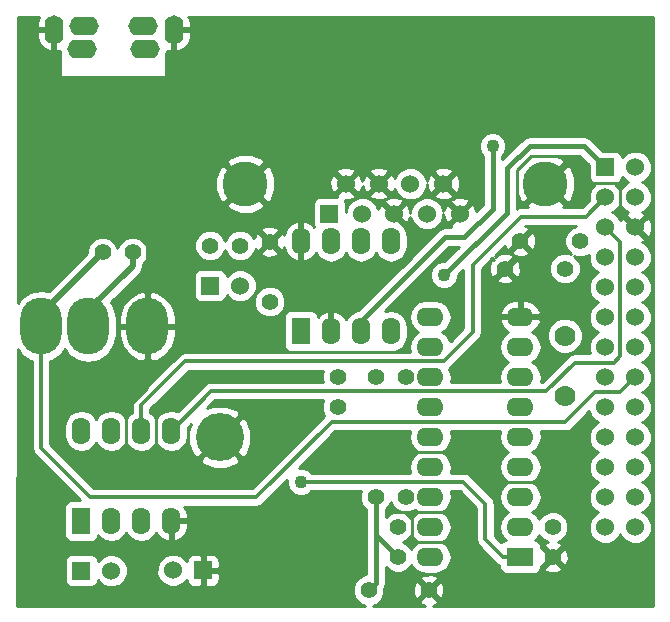
<source format=gtl>
G04 (created by PCBNEW (2013-04-19 BZR 4011)-stable) date 13/06/2013 21:19:41*
%MOIN*%
G04 Gerber Fmt 3.4, Leading zero omitted, Abs format*
%FSLAX34Y34*%
G01*
G70*
G90*
G04 APERTURE LIST*
%ADD10C,0.006*%
%ADD11C,0.15*%
%ADD12R,0.06X0.06*%
%ADD13C,0.06*%
%ADD14C,0.16*%
%ADD15C,0.055*%
%ADD16C,0.07*%
%ADD17R,0.062X0.09*%
%ADD18O,0.062X0.09*%
%ADD19R,0.09X0.062*%
%ADD20O,0.09X0.062*%
%ADD21O,0.137795X0.189*%
%ADD22O,0.0629921X0.0984252*%
%ADD23O,0.0984252X0.0629921*%
%ADD24C,0.0433071*%
%ADD25C,0.02*%
%ADD26C,0.011811*%
%ADD27C,0.015748*%
%ADD28C,0.01*%
G04 APERTURE END LIST*
G54D10*
G54D11*
X69905Y-36950D03*
X59905Y-36950D03*
G54D12*
X62705Y-37950D03*
G54D13*
X63805Y-37950D03*
X64855Y-37950D03*
X65955Y-37950D03*
X67055Y-37950D03*
X63255Y-36950D03*
X64355Y-36950D03*
X65405Y-36950D03*
X66505Y-36950D03*
G54D12*
X71900Y-36400D03*
G54D13*
X72900Y-36400D03*
X71900Y-37400D03*
X72900Y-37400D03*
X71900Y-38400D03*
X72900Y-38400D03*
X71900Y-39400D03*
X72900Y-39400D03*
X71900Y-40400D03*
X72900Y-40400D03*
X71900Y-41400D03*
X72900Y-41400D03*
X71900Y-42400D03*
X72900Y-42400D03*
X71900Y-43400D03*
X72900Y-43400D03*
X71900Y-44400D03*
X72900Y-44400D03*
X71900Y-45400D03*
X72900Y-45400D03*
X71900Y-46400D03*
X72900Y-46400D03*
X71900Y-47400D03*
X72900Y-47400D03*
X71900Y-48400D03*
X72900Y-48400D03*
G54D14*
X59055Y-45400D03*
G54D15*
X56140Y-39240D03*
X55140Y-39240D03*
X62980Y-43395D03*
X62980Y-44395D03*
X64985Y-49395D03*
X64985Y-48395D03*
X64245Y-47380D03*
X65245Y-47380D03*
X64240Y-43385D03*
X65240Y-43385D03*
X70145Y-48390D03*
X70145Y-49390D03*
X58725Y-39010D03*
X59725Y-39010D03*
G54D12*
X58490Y-49840D03*
G54D13*
X57490Y-49840D03*
G54D12*
X58725Y-40345D03*
G54D13*
X59725Y-40345D03*
G54D16*
X70550Y-44015D03*
X70550Y-42015D03*
G54D17*
X54430Y-48190D03*
G54D18*
X55430Y-48190D03*
X56430Y-48190D03*
X57430Y-48190D03*
X57430Y-45190D03*
X56430Y-45190D03*
X55430Y-45190D03*
X54430Y-45190D03*
G54D17*
X61755Y-41865D03*
G54D18*
X62755Y-41865D03*
X63755Y-41865D03*
X64755Y-41865D03*
X64755Y-38865D03*
X63755Y-38865D03*
X62755Y-38865D03*
X61755Y-38865D03*
G54D19*
X69065Y-49390D03*
G54D20*
X69065Y-48390D03*
X69065Y-47390D03*
X69065Y-46390D03*
X69065Y-45390D03*
X69065Y-44390D03*
X69065Y-43390D03*
X69065Y-42390D03*
X69065Y-41390D03*
X66065Y-41390D03*
X66065Y-42390D03*
X66065Y-43390D03*
X66065Y-44390D03*
X66065Y-45390D03*
X66065Y-46390D03*
X66065Y-47390D03*
X66065Y-48390D03*
X66065Y-49390D03*
G54D15*
X66010Y-50500D03*
X64010Y-50500D03*
X60710Y-40880D03*
X60710Y-38880D03*
X68550Y-39775D03*
X70550Y-39775D03*
X69060Y-38860D03*
X71060Y-38860D03*
G54D12*
X54430Y-49845D03*
G54D13*
X55430Y-49845D03*
G54D21*
X53093Y-41700D03*
X56637Y-41700D03*
X54668Y-41700D03*
G54D22*
X57511Y-31823D03*
X53518Y-31815D03*
G54D23*
X56558Y-32457D03*
X54463Y-32472D03*
X56499Y-31677D03*
X54530Y-31677D03*
G54D24*
X66530Y-39990D03*
X68140Y-35680D03*
X61755Y-46885D03*
G54D25*
X54668Y-41700D02*
X54668Y-41168D01*
X56140Y-39697D02*
X56140Y-39240D01*
X54668Y-41168D02*
X56140Y-39697D01*
G54D26*
X54667Y-41698D02*
X54668Y-41700D01*
G54D27*
X64245Y-48655D02*
X64245Y-50265D01*
X64245Y-50265D02*
X64010Y-50500D01*
X64245Y-47380D02*
X64245Y-48655D01*
X64245Y-48655D02*
X64985Y-49395D01*
X71900Y-36400D02*
X71895Y-36400D01*
X66535Y-39990D02*
X66530Y-39990D01*
X68615Y-37910D02*
X66535Y-39990D01*
X68615Y-36440D02*
X68615Y-37910D01*
X69375Y-35680D02*
X68615Y-36440D01*
X71175Y-35680D02*
X69375Y-35680D01*
X71895Y-36400D02*
X71175Y-35680D01*
G54D28*
X63755Y-41865D02*
X63755Y-41535D01*
G54D27*
X68140Y-37780D02*
X68140Y-35680D01*
X67200Y-38720D02*
X68140Y-37780D01*
X66570Y-38720D02*
X67200Y-38720D01*
X63755Y-41535D02*
X66570Y-38720D01*
G54D28*
X70250Y-46900D02*
X67973Y-46900D01*
X70900Y-47550D02*
X70250Y-46900D01*
X70900Y-48640D02*
X70900Y-47550D01*
X70150Y-49390D02*
X70900Y-48640D01*
X70145Y-49390D02*
X70150Y-49390D01*
X64116Y-45896D02*
X64106Y-45906D01*
X66969Y-45896D02*
X64116Y-45896D01*
X67973Y-46900D02*
X66969Y-45896D01*
X59905Y-36950D02*
X59874Y-36950D01*
X59874Y-36950D02*
X58829Y-37995D01*
G54D27*
X69905Y-36950D02*
X69930Y-36950D01*
G54D28*
X70690Y-36190D02*
X70801Y-36190D01*
X69930Y-36950D02*
X70690Y-36190D01*
X59055Y-45400D02*
X59055Y-45407D01*
X57154Y-46458D02*
X56934Y-46238D01*
X58005Y-46458D02*
X57154Y-46458D01*
X59055Y-45407D02*
X58005Y-46458D01*
G54D26*
X56934Y-46011D02*
X56934Y-46238D01*
G54D28*
X65457Y-47880D02*
X65457Y-48762D01*
X65597Y-48902D02*
X66556Y-48902D01*
X65457Y-48762D02*
X65597Y-48902D01*
X66010Y-50500D02*
X66010Y-50484D01*
X64708Y-47880D02*
X64575Y-48013D01*
X66829Y-47880D02*
X65457Y-47880D01*
X65457Y-47880D02*
X64708Y-47880D01*
X67186Y-48237D02*
X66829Y-47880D01*
X67186Y-49308D02*
X67186Y-48237D01*
X66010Y-50484D02*
X67186Y-49308D01*
X68949Y-36495D02*
X68949Y-37698D01*
X71154Y-36543D02*
X70801Y-36190D01*
X70801Y-36190D02*
X70623Y-36012D01*
X70623Y-36012D02*
X69986Y-36012D01*
X69986Y-36012D02*
X69432Y-36012D01*
X69432Y-36012D02*
X68949Y-36495D01*
X72900Y-38400D02*
X72891Y-38400D01*
X72282Y-36921D02*
X71154Y-36921D01*
X72396Y-37035D02*
X72282Y-36921D01*
X72396Y-37905D02*
X72396Y-37035D01*
X72891Y-38400D02*
X72396Y-37905D01*
X71154Y-36921D02*
X71154Y-36543D01*
X68949Y-37698D02*
X69000Y-37749D01*
X56934Y-46032D02*
X56934Y-46011D01*
X56934Y-46011D02*
X56934Y-44645D01*
X58199Y-43380D02*
X61920Y-43380D01*
X56934Y-44645D02*
X58199Y-43380D01*
X56637Y-41700D02*
X56637Y-43742D01*
X56231Y-46032D02*
X56934Y-46032D01*
X55928Y-45729D02*
X56231Y-46032D01*
X55928Y-44452D02*
X55928Y-45729D01*
X56637Y-43742D02*
X55928Y-44452D01*
X56637Y-41700D02*
X57664Y-41700D01*
X65345Y-40515D02*
X66690Y-39170D01*
X65345Y-42544D02*
X65345Y-40515D01*
X65320Y-42569D02*
X65345Y-42544D01*
X58533Y-42569D02*
X65320Y-42569D01*
X57664Y-41700D02*
X58533Y-42569D01*
X57511Y-31823D02*
X57511Y-37926D01*
X57511Y-37926D02*
X57580Y-37995D01*
X57675Y-37995D02*
X57580Y-37995D01*
X57580Y-37995D02*
X53565Y-37995D01*
X53530Y-31826D02*
X53518Y-31815D01*
X53530Y-37960D02*
X53530Y-31826D01*
X53565Y-37995D02*
X53530Y-37960D01*
X56637Y-41700D02*
X56637Y-39037D01*
X56637Y-39037D02*
X57355Y-38320D01*
X62755Y-41865D02*
X62755Y-40490D01*
X61755Y-39490D02*
X61755Y-38865D01*
X62755Y-40490D02*
X61755Y-39490D01*
X60710Y-38880D02*
X59846Y-38016D01*
X59846Y-38016D02*
X59825Y-37995D01*
X59825Y-37995D02*
X58829Y-37995D01*
X58829Y-37995D02*
X57675Y-37995D01*
X57675Y-37995D02*
X57670Y-37995D01*
X57355Y-38320D02*
X57656Y-38018D01*
G54D25*
X53093Y-41700D02*
X53093Y-41286D01*
X53093Y-41286D02*
X55140Y-39240D01*
G54D26*
X53093Y-41700D02*
X53093Y-45758D01*
X72894Y-43400D02*
X72900Y-43400D01*
X54739Y-47404D02*
X53093Y-45758D01*
X60266Y-47404D02*
X54739Y-47404D01*
X62778Y-44892D02*
X60266Y-47404D01*
X70569Y-44892D02*
X62778Y-44892D01*
X71565Y-43896D02*
X70569Y-44892D01*
X72398Y-43896D02*
X71565Y-43896D01*
X72894Y-43400D02*
X72398Y-43896D01*
X53093Y-41700D02*
X53090Y-41696D01*
X72900Y-43400D02*
X72900Y-43395D01*
X58770Y-43860D02*
X69930Y-43860D01*
X57430Y-45190D02*
X57440Y-45190D01*
X72405Y-38905D02*
X71900Y-38400D01*
X72405Y-42680D02*
X72405Y-38905D01*
X72175Y-42910D02*
X72405Y-42680D01*
X70880Y-42910D02*
X72175Y-42910D01*
X69930Y-43860D02*
X70880Y-42910D01*
X57440Y-45190D02*
X58770Y-43860D01*
X66510Y-42870D02*
X57895Y-42870D01*
X66510Y-42870D02*
X67480Y-41900D01*
X67480Y-41900D02*
X67480Y-39655D01*
X67480Y-39655D02*
X69090Y-38045D01*
X69090Y-38045D02*
X71255Y-38045D01*
X71900Y-37400D02*
X71255Y-38045D01*
X56430Y-44335D02*
X56430Y-45190D01*
X57895Y-42870D02*
X56430Y-44335D01*
X69065Y-49390D02*
X68485Y-49390D01*
X61760Y-46890D02*
X61755Y-46885D01*
X67170Y-46890D02*
X61760Y-46890D01*
X67900Y-47620D02*
X67170Y-46890D01*
X67900Y-48805D02*
X67900Y-47620D01*
X68485Y-49390D02*
X67900Y-48805D01*
G54D10*
G36*
X62501Y-43179D02*
X62455Y-43290D01*
X62454Y-43498D01*
X62476Y-43550D01*
X58770Y-43550D01*
X58651Y-43574D01*
X58551Y-43641D01*
X57662Y-44530D01*
X57644Y-44518D01*
X57430Y-44476D01*
X57215Y-44518D01*
X57034Y-44640D01*
X56930Y-44795D01*
X56825Y-44640D01*
X56739Y-44582D01*
X56739Y-44463D01*
X58023Y-43179D01*
X62501Y-43179D01*
X62501Y-43179D01*
G37*
G54D28*
X62501Y-43179D02*
X62455Y-43290D01*
X62454Y-43498D01*
X62476Y-43550D01*
X58770Y-43550D01*
X58651Y-43574D01*
X58551Y-43641D01*
X57662Y-44530D01*
X57644Y-44518D01*
X57430Y-44476D01*
X57215Y-44518D01*
X57034Y-44640D01*
X56930Y-44795D01*
X56825Y-44640D01*
X56739Y-44582D01*
X56739Y-44463D01*
X58023Y-43179D01*
X62501Y-43179D01*
G54D10*
G36*
X63916Y-49974D02*
X63906Y-49974D01*
X63713Y-50054D01*
X63565Y-50202D01*
X63485Y-50395D01*
X63484Y-50603D01*
X63564Y-50797D01*
X63712Y-50944D01*
X63874Y-51012D01*
X59040Y-51013D01*
X59040Y-50090D01*
X59040Y-49589D01*
X59039Y-49490D01*
X59001Y-49398D01*
X58931Y-49327D01*
X58839Y-49289D01*
X58602Y-49290D01*
X58540Y-49352D01*
X58540Y-49790D01*
X58977Y-49790D01*
X59040Y-49727D01*
X59040Y-49589D01*
X59040Y-50090D01*
X59040Y-49952D01*
X58977Y-49890D01*
X58540Y-49890D01*
X58540Y-50327D01*
X58602Y-50390D01*
X58839Y-50390D01*
X58931Y-50352D01*
X59001Y-50281D01*
X59039Y-50189D01*
X59040Y-50090D01*
X59040Y-51013D01*
X58440Y-51013D01*
X58440Y-50327D01*
X58440Y-49890D01*
X58432Y-49890D01*
X58432Y-49790D01*
X58440Y-49790D01*
X58440Y-49352D01*
X58377Y-49290D01*
X58140Y-49289D01*
X58048Y-49327D01*
X57990Y-49386D01*
X57990Y-48380D01*
X57990Y-48240D01*
X57480Y-48240D01*
X57480Y-48824D01*
X57566Y-48873D01*
X57598Y-48866D01*
X57790Y-48761D01*
X57928Y-48590D01*
X57990Y-48380D01*
X57990Y-49386D01*
X57978Y-49398D01*
X57940Y-49490D01*
X57940Y-49512D01*
X57801Y-49374D01*
X57599Y-49290D01*
X57381Y-49289D01*
X57178Y-49373D01*
X57024Y-49528D01*
X56940Y-49730D01*
X56939Y-49948D01*
X57023Y-50151D01*
X57178Y-50305D01*
X57380Y-50389D01*
X57598Y-50390D01*
X57801Y-50306D01*
X57940Y-50167D01*
X57940Y-50189D01*
X57978Y-50281D01*
X58048Y-50352D01*
X58140Y-50390D01*
X58377Y-50390D01*
X58440Y-50327D01*
X58440Y-51013D01*
X55980Y-51014D01*
X55980Y-49736D01*
X55896Y-49533D01*
X55741Y-49379D01*
X55539Y-49295D01*
X55321Y-49294D01*
X55118Y-49378D01*
X54980Y-49517D01*
X54980Y-49495D01*
X54942Y-49403D01*
X54871Y-49333D01*
X54779Y-49295D01*
X54680Y-49294D01*
X54080Y-49294D01*
X53988Y-49332D01*
X53918Y-49403D01*
X53880Y-49495D01*
X53879Y-49594D01*
X53879Y-50194D01*
X53917Y-50286D01*
X53988Y-50356D01*
X54080Y-50394D01*
X54179Y-50395D01*
X54779Y-50395D01*
X54871Y-50357D01*
X54941Y-50286D01*
X54979Y-50194D01*
X54979Y-50172D01*
X55118Y-50310D01*
X55320Y-50394D01*
X55538Y-50395D01*
X55741Y-50311D01*
X55895Y-50156D01*
X55979Y-49954D01*
X55980Y-49736D01*
X55980Y-51014D01*
X52305Y-51014D01*
X52307Y-42459D01*
X52429Y-42643D01*
X52734Y-42846D01*
X52784Y-42856D01*
X52784Y-45758D01*
X52808Y-45876D01*
X52875Y-45977D01*
X54387Y-47489D01*
X54070Y-47489D01*
X53978Y-47527D01*
X53908Y-47598D01*
X53870Y-47690D01*
X53869Y-47789D01*
X53869Y-48689D01*
X53907Y-48781D01*
X53978Y-48851D01*
X54070Y-48889D01*
X54169Y-48890D01*
X54789Y-48890D01*
X54881Y-48852D01*
X54951Y-48781D01*
X54989Y-48689D01*
X54989Y-48673D01*
X55034Y-48739D01*
X55215Y-48861D01*
X55430Y-48903D01*
X55644Y-48861D01*
X55825Y-48739D01*
X55930Y-48584D01*
X56034Y-48739D01*
X56215Y-48861D01*
X56430Y-48903D01*
X56644Y-48861D01*
X56825Y-48739D01*
X56929Y-48584D01*
X56931Y-48590D01*
X57069Y-48761D01*
X57261Y-48866D01*
X57293Y-48873D01*
X57380Y-48824D01*
X57380Y-48240D01*
X57372Y-48240D01*
X57372Y-48140D01*
X57380Y-48140D01*
X57380Y-48132D01*
X57480Y-48132D01*
X57480Y-48140D01*
X57990Y-48140D01*
X57990Y-48000D01*
X57928Y-47789D01*
X57866Y-47713D01*
X60266Y-47713D01*
X60384Y-47689D01*
X60384Y-47689D01*
X60484Y-47622D01*
X61288Y-46818D01*
X61288Y-46977D01*
X61359Y-47148D01*
X61490Y-47280D01*
X61661Y-47351D01*
X61847Y-47351D01*
X62018Y-47280D01*
X62100Y-47199D01*
X63751Y-47199D01*
X63720Y-47275D01*
X63719Y-47483D01*
X63799Y-47677D01*
X63916Y-47793D01*
X63916Y-48655D01*
X63916Y-49974D01*
X63916Y-49974D01*
G37*
G54D28*
X63916Y-49974D02*
X63906Y-49974D01*
X63713Y-50054D01*
X63565Y-50202D01*
X63485Y-50395D01*
X63484Y-50603D01*
X63564Y-50797D01*
X63712Y-50944D01*
X63874Y-51012D01*
X59040Y-51013D01*
X59040Y-50090D01*
X59040Y-49589D01*
X59039Y-49490D01*
X59001Y-49398D01*
X58931Y-49327D01*
X58839Y-49289D01*
X58602Y-49290D01*
X58540Y-49352D01*
X58540Y-49790D01*
X58977Y-49790D01*
X59040Y-49727D01*
X59040Y-49589D01*
X59040Y-50090D01*
X59040Y-49952D01*
X58977Y-49890D01*
X58540Y-49890D01*
X58540Y-50327D01*
X58602Y-50390D01*
X58839Y-50390D01*
X58931Y-50352D01*
X59001Y-50281D01*
X59039Y-50189D01*
X59040Y-50090D01*
X59040Y-51013D01*
X58440Y-51013D01*
X58440Y-50327D01*
X58440Y-49890D01*
X58432Y-49890D01*
X58432Y-49790D01*
X58440Y-49790D01*
X58440Y-49352D01*
X58377Y-49290D01*
X58140Y-49289D01*
X58048Y-49327D01*
X57990Y-49386D01*
X57990Y-48380D01*
X57990Y-48240D01*
X57480Y-48240D01*
X57480Y-48824D01*
X57566Y-48873D01*
X57598Y-48866D01*
X57790Y-48761D01*
X57928Y-48590D01*
X57990Y-48380D01*
X57990Y-49386D01*
X57978Y-49398D01*
X57940Y-49490D01*
X57940Y-49512D01*
X57801Y-49374D01*
X57599Y-49290D01*
X57381Y-49289D01*
X57178Y-49373D01*
X57024Y-49528D01*
X56940Y-49730D01*
X56939Y-49948D01*
X57023Y-50151D01*
X57178Y-50305D01*
X57380Y-50389D01*
X57598Y-50390D01*
X57801Y-50306D01*
X57940Y-50167D01*
X57940Y-50189D01*
X57978Y-50281D01*
X58048Y-50352D01*
X58140Y-50390D01*
X58377Y-50390D01*
X58440Y-50327D01*
X58440Y-51013D01*
X55980Y-51014D01*
X55980Y-49736D01*
X55896Y-49533D01*
X55741Y-49379D01*
X55539Y-49295D01*
X55321Y-49294D01*
X55118Y-49378D01*
X54980Y-49517D01*
X54980Y-49495D01*
X54942Y-49403D01*
X54871Y-49333D01*
X54779Y-49295D01*
X54680Y-49294D01*
X54080Y-49294D01*
X53988Y-49332D01*
X53918Y-49403D01*
X53880Y-49495D01*
X53879Y-49594D01*
X53879Y-50194D01*
X53917Y-50286D01*
X53988Y-50356D01*
X54080Y-50394D01*
X54179Y-50395D01*
X54779Y-50395D01*
X54871Y-50357D01*
X54941Y-50286D01*
X54979Y-50194D01*
X54979Y-50172D01*
X55118Y-50310D01*
X55320Y-50394D01*
X55538Y-50395D01*
X55741Y-50311D01*
X55895Y-50156D01*
X55979Y-49954D01*
X55980Y-49736D01*
X55980Y-51014D01*
X52305Y-51014D01*
X52307Y-42459D01*
X52429Y-42643D01*
X52734Y-42846D01*
X52784Y-42856D01*
X52784Y-45758D01*
X52808Y-45876D01*
X52875Y-45977D01*
X54387Y-47489D01*
X54070Y-47489D01*
X53978Y-47527D01*
X53908Y-47598D01*
X53870Y-47690D01*
X53869Y-47789D01*
X53869Y-48689D01*
X53907Y-48781D01*
X53978Y-48851D01*
X54070Y-48889D01*
X54169Y-48890D01*
X54789Y-48890D01*
X54881Y-48852D01*
X54951Y-48781D01*
X54989Y-48689D01*
X54989Y-48673D01*
X55034Y-48739D01*
X55215Y-48861D01*
X55430Y-48903D01*
X55644Y-48861D01*
X55825Y-48739D01*
X55930Y-48584D01*
X56034Y-48739D01*
X56215Y-48861D01*
X56430Y-48903D01*
X56644Y-48861D01*
X56825Y-48739D01*
X56929Y-48584D01*
X56931Y-48590D01*
X57069Y-48761D01*
X57261Y-48866D01*
X57293Y-48873D01*
X57380Y-48824D01*
X57380Y-48240D01*
X57372Y-48240D01*
X57372Y-48140D01*
X57380Y-48140D01*
X57380Y-48132D01*
X57480Y-48132D01*
X57480Y-48140D01*
X57990Y-48140D01*
X57990Y-48000D01*
X57928Y-47789D01*
X57866Y-47713D01*
X60266Y-47713D01*
X60384Y-47689D01*
X60384Y-47689D01*
X60484Y-47622D01*
X61288Y-46818D01*
X61288Y-46977D01*
X61359Y-47148D01*
X61490Y-47280D01*
X61661Y-47351D01*
X61847Y-47351D01*
X62018Y-47280D01*
X62100Y-47199D01*
X63751Y-47199D01*
X63720Y-47275D01*
X63719Y-47483D01*
X63799Y-47677D01*
X63916Y-47793D01*
X63916Y-48655D01*
X63916Y-49974D01*
G54D10*
G36*
X65056Y-47870D02*
X64881Y-47869D01*
X64688Y-47949D01*
X64573Y-48063D01*
X64573Y-47793D01*
X64689Y-47677D01*
X64745Y-47544D01*
X64799Y-47677D01*
X64947Y-47824D01*
X65056Y-47870D01*
X65056Y-47870D01*
G37*
G54D28*
X65056Y-47870D02*
X64881Y-47869D01*
X64688Y-47949D01*
X64573Y-48063D01*
X64573Y-47793D01*
X64689Y-47677D01*
X64745Y-47544D01*
X64799Y-47677D01*
X64947Y-47824D01*
X65056Y-47870D01*
G54D10*
G36*
X65670Y-45890D02*
X65515Y-45994D01*
X65393Y-46175D01*
X65351Y-46390D01*
X65389Y-46580D01*
X62110Y-46580D01*
X62019Y-46489D01*
X61848Y-46418D01*
X61688Y-46418D01*
X62906Y-45201D01*
X65388Y-45201D01*
X65351Y-45390D01*
X65393Y-45604D01*
X65515Y-45785D01*
X65670Y-45890D01*
X65670Y-45890D01*
G37*
G54D28*
X65670Y-45890D02*
X65515Y-45994D01*
X65393Y-46175D01*
X65351Y-46390D01*
X65389Y-46580D01*
X62110Y-46580D01*
X62019Y-46489D01*
X61848Y-46418D01*
X61688Y-46418D01*
X62906Y-45201D01*
X65388Y-45201D01*
X65351Y-45390D01*
X65393Y-45604D01*
X65515Y-45785D01*
X65670Y-45890D01*
G54D10*
G36*
X65670Y-47890D02*
X65515Y-47994D01*
X65436Y-48112D01*
X65430Y-48098D01*
X65282Y-47950D01*
X65173Y-47904D01*
X65348Y-47905D01*
X65542Y-47825D01*
X65554Y-47812D01*
X65670Y-47890D01*
X65670Y-47890D01*
G37*
G54D28*
X65670Y-47890D02*
X65515Y-47994D01*
X65436Y-48112D01*
X65430Y-48098D01*
X65282Y-47950D01*
X65173Y-47904D01*
X65348Y-47905D01*
X65542Y-47825D01*
X65554Y-47812D01*
X65670Y-47890D01*
G54D10*
G36*
X65670Y-48890D02*
X65515Y-48994D01*
X65436Y-49112D01*
X65430Y-49098D01*
X65282Y-48950D01*
X65149Y-48894D01*
X65282Y-48840D01*
X65429Y-48692D01*
X65438Y-48671D01*
X65515Y-48785D01*
X65670Y-48890D01*
X65670Y-48890D01*
G37*
G54D28*
X65670Y-48890D02*
X65515Y-48994D01*
X65436Y-49112D01*
X65430Y-49098D01*
X65282Y-48950D01*
X65149Y-48894D01*
X65282Y-48840D01*
X65429Y-48692D01*
X65438Y-48671D01*
X65515Y-48785D01*
X65670Y-48890D01*
G54D10*
G36*
X67170Y-41771D02*
X66741Y-42201D01*
X66736Y-42175D01*
X66614Y-41994D01*
X66459Y-41890D01*
X66614Y-41785D01*
X66736Y-41604D01*
X66778Y-41390D01*
X66736Y-41175D01*
X66614Y-40994D01*
X66433Y-40872D01*
X66218Y-40830D01*
X65911Y-40830D01*
X65696Y-40872D01*
X65515Y-40994D01*
X65393Y-41175D01*
X65351Y-41390D01*
X65393Y-41604D01*
X65515Y-41785D01*
X65670Y-41890D01*
X65515Y-41994D01*
X65393Y-42175D01*
X65351Y-42390D01*
X65385Y-42560D01*
X64844Y-42560D01*
X64969Y-42536D01*
X65150Y-42414D01*
X65272Y-42233D01*
X65315Y-42018D01*
X65315Y-41711D01*
X65272Y-41496D01*
X65150Y-41315D01*
X64969Y-41193D01*
X64755Y-41151D01*
X64566Y-41188D01*
X66706Y-39048D01*
X67011Y-39048D01*
X66536Y-39523D01*
X66437Y-39523D01*
X66266Y-39594D01*
X66134Y-39725D01*
X66063Y-39896D01*
X66063Y-40082D01*
X66134Y-40253D01*
X66265Y-40385D01*
X66436Y-40456D01*
X66622Y-40456D01*
X66793Y-40385D01*
X66925Y-40254D01*
X66996Y-40083D01*
X66996Y-39993D01*
X67170Y-39818D01*
X67170Y-41771D01*
X67170Y-41771D01*
G37*
G54D28*
X67170Y-41771D02*
X66741Y-42201D01*
X66736Y-42175D01*
X66614Y-41994D01*
X66459Y-41890D01*
X66614Y-41785D01*
X66736Y-41604D01*
X66778Y-41390D01*
X66736Y-41175D01*
X66614Y-40994D01*
X66433Y-40872D01*
X66218Y-40830D01*
X65911Y-40830D01*
X65696Y-40872D01*
X65515Y-40994D01*
X65393Y-41175D01*
X65351Y-41390D01*
X65393Y-41604D01*
X65515Y-41785D01*
X65670Y-41890D01*
X65515Y-41994D01*
X65393Y-42175D01*
X65351Y-42390D01*
X65385Y-42560D01*
X64844Y-42560D01*
X64969Y-42536D01*
X65150Y-42414D01*
X65272Y-42233D01*
X65315Y-42018D01*
X65315Y-41711D01*
X65272Y-41496D01*
X65150Y-41315D01*
X64969Y-41193D01*
X64755Y-41151D01*
X64566Y-41188D01*
X66706Y-39048D01*
X67011Y-39048D01*
X66536Y-39523D01*
X66437Y-39523D01*
X66266Y-39594D01*
X66134Y-39725D01*
X66063Y-39896D01*
X66063Y-40082D01*
X66134Y-40253D01*
X66265Y-40385D01*
X66436Y-40456D01*
X66622Y-40456D01*
X66793Y-40385D01*
X66925Y-40254D01*
X66996Y-40083D01*
X66996Y-39993D01*
X67170Y-39818D01*
X67170Y-41771D01*
G54D10*
G36*
X68670Y-47890D02*
X68515Y-47994D01*
X68393Y-48175D01*
X68351Y-48390D01*
X68393Y-48604D01*
X68515Y-48785D01*
X68581Y-48829D01*
X68565Y-48829D01*
X68473Y-48867D01*
X68436Y-48904D01*
X68209Y-48676D01*
X68209Y-47620D01*
X68209Y-47619D01*
X68209Y-47619D01*
X68204Y-47596D01*
X68185Y-47501D01*
X68185Y-47501D01*
X68118Y-47401D01*
X68118Y-47401D01*
X67388Y-46671D01*
X67288Y-46604D01*
X67170Y-46580D01*
X66740Y-46580D01*
X66778Y-46390D01*
X66736Y-46175D01*
X66614Y-45994D01*
X66459Y-45890D01*
X66614Y-45785D01*
X66736Y-45604D01*
X66778Y-45390D01*
X66741Y-45201D01*
X68388Y-45201D01*
X68351Y-45390D01*
X68393Y-45604D01*
X68515Y-45785D01*
X68670Y-45890D01*
X68515Y-45994D01*
X68393Y-46175D01*
X68351Y-46390D01*
X68393Y-46604D01*
X68515Y-46785D01*
X68670Y-46890D01*
X68515Y-46994D01*
X68393Y-47175D01*
X68351Y-47390D01*
X68393Y-47604D01*
X68515Y-47785D01*
X68670Y-47890D01*
X68670Y-47890D01*
G37*
G54D28*
X68670Y-47890D02*
X68515Y-47994D01*
X68393Y-48175D01*
X68351Y-48390D01*
X68393Y-48604D01*
X68515Y-48785D01*
X68581Y-48829D01*
X68565Y-48829D01*
X68473Y-48867D01*
X68436Y-48904D01*
X68209Y-48676D01*
X68209Y-47620D01*
X68209Y-47619D01*
X68209Y-47619D01*
X68204Y-47596D01*
X68185Y-47501D01*
X68185Y-47501D01*
X68118Y-47401D01*
X68118Y-47401D01*
X67388Y-46671D01*
X67288Y-46604D01*
X67170Y-46580D01*
X66740Y-46580D01*
X66778Y-46390D01*
X66736Y-46175D01*
X66614Y-45994D01*
X66459Y-45890D01*
X66614Y-45785D01*
X66736Y-45604D01*
X66778Y-45390D01*
X66741Y-45201D01*
X68388Y-45201D01*
X68351Y-45390D01*
X68393Y-45604D01*
X68515Y-45785D01*
X68670Y-45890D01*
X68515Y-45994D01*
X68393Y-46175D01*
X68351Y-46390D01*
X68393Y-46604D01*
X68515Y-46785D01*
X68670Y-46890D01*
X68515Y-46994D01*
X68393Y-47175D01*
X68351Y-47390D01*
X68393Y-47604D01*
X68515Y-47785D01*
X68670Y-47890D01*
G54D10*
G36*
X71572Y-36949D02*
X71434Y-37088D01*
X71350Y-37290D01*
X71349Y-37508D01*
X71351Y-37511D01*
X71126Y-37735D01*
X70906Y-37735D01*
X70906Y-37139D01*
X70903Y-36741D01*
X70758Y-36391D01*
X70616Y-36309D01*
X69975Y-36950D01*
X70616Y-37590D01*
X70758Y-37508D01*
X70906Y-37139D01*
X70906Y-37735D01*
X70502Y-37735D01*
X70545Y-37661D01*
X69905Y-37020D01*
X69264Y-37661D01*
X69307Y-37735D01*
X69090Y-37735D01*
X69089Y-37735D01*
X69066Y-37740D01*
X68971Y-37759D01*
X68943Y-37778D01*
X68943Y-37247D01*
X69051Y-37508D01*
X69193Y-37590D01*
X69834Y-36950D01*
X69828Y-36944D01*
X69899Y-36873D01*
X69905Y-36879D01*
X70545Y-36238D01*
X70463Y-36096D01*
X70244Y-36008D01*
X71038Y-36008D01*
X71349Y-36319D01*
X71349Y-36749D01*
X71387Y-36841D01*
X71458Y-36911D01*
X71550Y-36949D01*
X71572Y-36949D01*
X71572Y-36949D01*
G37*
G54D28*
X71572Y-36949D02*
X71434Y-37088D01*
X71350Y-37290D01*
X71349Y-37508D01*
X71351Y-37511D01*
X71126Y-37735D01*
X70906Y-37735D01*
X70906Y-37139D01*
X70903Y-36741D01*
X70758Y-36391D01*
X70616Y-36309D01*
X69975Y-36950D01*
X70616Y-37590D01*
X70758Y-37508D01*
X70906Y-37139D01*
X70906Y-37735D01*
X70502Y-37735D01*
X70545Y-37661D01*
X69905Y-37020D01*
X69264Y-37661D01*
X69307Y-37735D01*
X69090Y-37735D01*
X69089Y-37735D01*
X69066Y-37740D01*
X68971Y-37759D01*
X68943Y-37778D01*
X68943Y-37247D01*
X69051Y-37508D01*
X69193Y-37590D01*
X69834Y-36950D01*
X69828Y-36944D01*
X69899Y-36873D01*
X69905Y-36879D01*
X70545Y-36238D01*
X70463Y-36096D01*
X70244Y-36008D01*
X71038Y-36008D01*
X71349Y-36319D01*
X71349Y-36749D01*
X71387Y-36841D01*
X71458Y-36911D01*
X71550Y-36949D01*
X71572Y-36949D01*
G54D10*
G36*
X71669Y-41899D02*
X71588Y-41933D01*
X71434Y-42088D01*
X71350Y-42290D01*
X71349Y-42508D01*
X71387Y-42600D01*
X71150Y-42600D01*
X71150Y-41896D01*
X71058Y-41675D01*
X70890Y-41506D01*
X70669Y-41415D01*
X70431Y-41414D01*
X70210Y-41506D01*
X70041Y-41674D01*
X69950Y-41895D01*
X69949Y-42133D01*
X70041Y-42354D01*
X70209Y-42523D01*
X70430Y-42614D01*
X70668Y-42615D01*
X70889Y-42523D01*
X71058Y-42355D01*
X71149Y-42134D01*
X71150Y-41896D01*
X71150Y-42600D01*
X70880Y-42600D01*
X70761Y-42624D01*
X70661Y-42691D01*
X69801Y-43550D01*
X69746Y-43550D01*
X69778Y-43390D01*
X69736Y-43175D01*
X69614Y-42994D01*
X69459Y-42890D01*
X69614Y-42785D01*
X69736Y-42604D01*
X69778Y-42390D01*
X69736Y-42175D01*
X69614Y-41994D01*
X69459Y-41890D01*
X69465Y-41888D01*
X69636Y-41750D01*
X69741Y-41558D01*
X69748Y-41526D01*
X69748Y-41253D01*
X69741Y-41221D01*
X69636Y-41029D01*
X69589Y-40991D01*
X69589Y-38935D01*
X69578Y-38727D01*
X69520Y-38587D01*
X69427Y-38562D01*
X69130Y-38860D01*
X69427Y-39157D01*
X69520Y-39132D01*
X69589Y-38935D01*
X69589Y-40991D01*
X69465Y-40891D01*
X69357Y-40859D01*
X69255Y-40830D01*
X69115Y-40830D01*
X69115Y-41340D01*
X69699Y-41340D01*
X69748Y-41253D01*
X69748Y-41526D01*
X69699Y-41440D01*
X69115Y-41440D01*
X69115Y-41447D01*
X69079Y-41447D01*
X69079Y-39850D01*
X69068Y-39642D01*
X69010Y-39502D01*
X68917Y-39477D01*
X68620Y-39775D01*
X68917Y-40072D01*
X69010Y-40047D01*
X69079Y-39850D01*
X69079Y-41447D01*
X69015Y-41447D01*
X69015Y-41440D01*
X69015Y-41340D01*
X69015Y-40830D01*
X68875Y-40830D01*
X68847Y-40838D01*
X68847Y-40142D01*
X68550Y-39845D01*
X68479Y-39916D01*
X68252Y-40142D01*
X68277Y-40235D01*
X68474Y-40304D01*
X68682Y-40293D01*
X68822Y-40235D01*
X68847Y-40142D01*
X68847Y-40838D01*
X68664Y-40891D01*
X68493Y-41029D01*
X68388Y-41221D01*
X68381Y-41253D01*
X68430Y-41340D01*
X69015Y-41340D01*
X69015Y-41440D01*
X68430Y-41440D01*
X68381Y-41526D01*
X68388Y-41558D01*
X68493Y-41750D01*
X68664Y-41888D01*
X68670Y-41890D01*
X68515Y-41994D01*
X68393Y-42175D01*
X68351Y-42390D01*
X68393Y-42604D01*
X68515Y-42785D01*
X68670Y-42890D01*
X68515Y-42994D01*
X68393Y-43175D01*
X68351Y-43390D01*
X68383Y-43550D01*
X66746Y-43550D01*
X66778Y-43390D01*
X66736Y-43175D01*
X66693Y-43111D01*
X66728Y-43088D01*
X67698Y-42118D01*
X67765Y-42018D01*
X67765Y-42018D01*
X67789Y-41900D01*
X67789Y-39783D01*
X68138Y-39433D01*
X68182Y-39477D01*
X68089Y-39502D01*
X68020Y-39699D01*
X68031Y-39907D01*
X68089Y-40047D01*
X68182Y-40072D01*
X68479Y-39775D01*
X68473Y-39769D01*
X68544Y-39698D01*
X68550Y-39704D01*
X68847Y-39407D01*
X68828Y-39334D01*
X68984Y-39389D01*
X69192Y-39378D01*
X69332Y-39320D01*
X69357Y-39227D01*
X69060Y-38930D01*
X68762Y-39227D01*
X68781Y-39300D01*
X68625Y-39245D01*
X68417Y-39256D01*
X68277Y-39314D01*
X68252Y-39407D01*
X68208Y-39363D01*
X68552Y-39019D01*
X68599Y-39132D01*
X68692Y-39157D01*
X68989Y-38860D01*
X68983Y-38854D01*
X69054Y-38783D01*
X69060Y-38789D01*
X69357Y-38492D01*
X69332Y-38399D01*
X69214Y-38357D01*
X69218Y-38354D01*
X70909Y-38354D01*
X70763Y-38414D01*
X70615Y-38562D01*
X70535Y-38755D01*
X70534Y-38963D01*
X70614Y-39157D01*
X70744Y-39287D01*
X70654Y-39250D01*
X70446Y-39249D01*
X70253Y-39329D01*
X70105Y-39477D01*
X70025Y-39670D01*
X70024Y-39878D01*
X70104Y-40072D01*
X70252Y-40219D01*
X70445Y-40299D01*
X70653Y-40300D01*
X70847Y-40220D01*
X70994Y-40072D01*
X71074Y-39879D01*
X71075Y-39671D01*
X70995Y-39478D01*
X70865Y-39347D01*
X70955Y-39384D01*
X71163Y-39385D01*
X71350Y-39308D01*
X71349Y-39508D01*
X71433Y-39711D01*
X71588Y-39865D01*
X71669Y-39899D01*
X71588Y-39933D01*
X71434Y-40088D01*
X71350Y-40290D01*
X71349Y-40508D01*
X71433Y-40711D01*
X71588Y-40865D01*
X71669Y-40899D01*
X71588Y-40933D01*
X71434Y-41088D01*
X71350Y-41290D01*
X71349Y-41508D01*
X71433Y-41711D01*
X71588Y-41865D01*
X71669Y-41899D01*
X71669Y-41899D01*
G37*
G54D28*
X71669Y-41899D02*
X71588Y-41933D01*
X71434Y-42088D01*
X71350Y-42290D01*
X71349Y-42508D01*
X71387Y-42600D01*
X71150Y-42600D01*
X71150Y-41896D01*
X71058Y-41675D01*
X70890Y-41506D01*
X70669Y-41415D01*
X70431Y-41414D01*
X70210Y-41506D01*
X70041Y-41674D01*
X69950Y-41895D01*
X69949Y-42133D01*
X70041Y-42354D01*
X70209Y-42523D01*
X70430Y-42614D01*
X70668Y-42615D01*
X70889Y-42523D01*
X71058Y-42355D01*
X71149Y-42134D01*
X71150Y-41896D01*
X71150Y-42600D01*
X70880Y-42600D01*
X70761Y-42624D01*
X70661Y-42691D01*
X69801Y-43550D01*
X69746Y-43550D01*
X69778Y-43390D01*
X69736Y-43175D01*
X69614Y-42994D01*
X69459Y-42890D01*
X69614Y-42785D01*
X69736Y-42604D01*
X69778Y-42390D01*
X69736Y-42175D01*
X69614Y-41994D01*
X69459Y-41890D01*
X69465Y-41888D01*
X69636Y-41750D01*
X69741Y-41558D01*
X69748Y-41526D01*
X69748Y-41253D01*
X69741Y-41221D01*
X69636Y-41029D01*
X69589Y-40991D01*
X69589Y-38935D01*
X69578Y-38727D01*
X69520Y-38587D01*
X69427Y-38562D01*
X69130Y-38860D01*
X69427Y-39157D01*
X69520Y-39132D01*
X69589Y-38935D01*
X69589Y-40991D01*
X69465Y-40891D01*
X69357Y-40859D01*
X69255Y-40830D01*
X69115Y-40830D01*
X69115Y-41340D01*
X69699Y-41340D01*
X69748Y-41253D01*
X69748Y-41526D01*
X69699Y-41440D01*
X69115Y-41440D01*
X69115Y-41447D01*
X69079Y-41447D01*
X69079Y-39850D01*
X69068Y-39642D01*
X69010Y-39502D01*
X68917Y-39477D01*
X68620Y-39775D01*
X68917Y-40072D01*
X69010Y-40047D01*
X69079Y-39850D01*
X69079Y-41447D01*
X69015Y-41447D01*
X69015Y-41440D01*
X69015Y-41340D01*
X69015Y-40830D01*
X68875Y-40830D01*
X68847Y-40838D01*
X68847Y-40142D01*
X68550Y-39845D01*
X68479Y-39916D01*
X68252Y-40142D01*
X68277Y-40235D01*
X68474Y-40304D01*
X68682Y-40293D01*
X68822Y-40235D01*
X68847Y-40142D01*
X68847Y-40838D01*
X68664Y-40891D01*
X68493Y-41029D01*
X68388Y-41221D01*
X68381Y-41253D01*
X68430Y-41340D01*
X69015Y-41340D01*
X69015Y-41440D01*
X68430Y-41440D01*
X68381Y-41526D01*
X68388Y-41558D01*
X68493Y-41750D01*
X68664Y-41888D01*
X68670Y-41890D01*
X68515Y-41994D01*
X68393Y-42175D01*
X68351Y-42390D01*
X68393Y-42604D01*
X68515Y-42785D01*
X68670Y-42890D01*
X68515Y-42994D01*
X68393Y-43175D01*
X68351Y-43390D01*
X68383Y-43550D01*
X66746Y-43550D01*
X66778Y-43390D01*
X66736Y-43175D01*
X66693Y-43111D01*
X66728Y-43088D01*
X67698Y-42118D01*
X67765Y-42018D01*
X67765Y-42018D01*
X67789Y-41900D01*
X67789Y-39783D01*
X68138Y-39433D01*
X68182Y-39477D01*
X68089Y-39502D01*
X68020Y-39699D01*
X68031Y-39907D01*
X68089Y-40047D01*
X68182Y-40072D01*
X68479Y-39775D01*
X68473Y-39769D01*
X68544Y-39698D01*
X68550Y-39704D01*
X68847Y-39407D01*
X68828Y-39334D01*
X68984Y-39389D01*
X69192Y-39378D01*
X69332Y-39320D01*
X69357Y-39227D01*
X69060Y-38930D01*
X68762Y-39227D01*
X68781Y-39300D01*
X68625Y-39245D01*
X68417Y-39256D01*
X68277Y-39314D01*
X68252Y-39407D01*
X68208Y-39363D01*
X68552Y-39019D01*
X68599Y-39132D01*
X68692Y-39157D01*
X68989Y-38860D01*
X68983Y-38854D01*
X69054Y-38783D01*
X69060Y-38789D01*
X69357Y-38492D01*
X69332Y-38399D01*
X69214Y-38357D01*
X69218Y-38354D01*
X70909Y-38354D01*
X70763Y-38414D01*
X70615Y-38562D01*
X70535Y-38755D01*
X70534Y-38963D01*
X70614Y-39157D01*
X70744Y-39287D01*
X70654Y-39250D01*
X70446Y-39249D01*
X70253Y-39329D01*
X70105Y-39477D01*
X70025Y-39670D01*
X70024Y-39878D01*
X70104Y-40072D01*
X70252Y-40219D01*
X70445Y-40299D01*
X70653Y-40300D01*
X70847Y-40220D01*
X70994Y-40072D01*
X71074Y-39879D01*
X71075Y-39671D01*
X70995Y-39478D01*
X70865Y-39347D01*
X70955Y-39384D01*
X71163Y-39385D01*
X71350Y-39308D01*
X71349Y-39508D01*
X71433Y-39711D01*
X71588Y-39865D01*
X71669Y-39899D01*
X71588Y-39933D01*
X71434Y-40088D01*
X71350Y-40290D01*
X71349Y-40508D01*
X71433Y-40711D01*
X71588Y-40865D01*
X71669Y-40899D01*
X71588Y-40933D01*
X71434Y-41088D01*
X71350Y-41290D01*
X71349Y-41508D01*
X71433Y-41711D01*
X71588Y-41865D01*
X71669Y-41899D01*
G54D10*
G36*
X72669Y-36899D02*
X72588Y-36933D01*
X72434Y-37088D01*
X72400Y-37169D01*
X72366Y-37088D01*
X72227Y-36950D01*
X72249Y-36950D01*
X72341Y-36912D01*
X72411Y-36841D01*
X72449Y-36749D01*
X72449Y-36727D01*
X72588Y-36865D01*
X72669Y-36899D01*
X72669Y-36899D01*
G37*
G54D28*
X72669Y-36899D02*
X72588Y-36933D01*
X72434Y-37088D01*
X72400Y-37169D01*
X72366Y-37088D01*
X72227Y-36950D01*
X72249Y-36950D01*
X72341Y-36912D01*
X72411Y-36841D01*
X72449Y-36749D01*
X72449Y-36727D01*
X72588Y-36865D01*
X72669Y-36899D01*
G54D10*
G36*
X73479Y-31375D02*
X73475Y-51010D01*
X73454Y-51010D01*
X73454Y-38481D01*
X73443Y-38263D01*
X73381Y-38112D01*
X73285Y-38084D01*
X72970Y-38400D01*
X73285Y-38715D01*
X73381Y-38687D01*
X73454Y-38481D01*
X73454Y-51010D01*
X70674Y-51010D01*
X70674Y-49465D01*
X70663Y-49257D01*
X70605Y-49117D01*
X70512Y-49092D01*
X70215Y-49390D01*
X70512Y-49687D01*
X70605Y-49662D01*
X70674Y-49465D01*
X70674Y-51010D01*
X70442Y-51010D01*
X70442Y-49757D01*
X70145Y-49460D01*
X69847Y-49757D01*
X69872Y-49850D01*
X70069Y-49919D01*
X70277Y-49908D01*
X70417Y-49850D01*
X70442Y-49757D01*
X70442Y-51010D01*
X66539Y-51011D01*
X66539Y-50575D01*
X66528Y-50367D01*
X66470Y-50227D01*
X66377Y-50202D01*
X66307Y-50273D01*
X66307Y-50132D01*
X66282Y-50039D01*
X66085Y-49970D01*
X65877Y-49981D01*
X65737Y-50039D01*
X65712Y-50132D01*
X66010Y-50429D01*
X66307Y-50132D01*
X66307Y-50273D01*
X66080Y-50500D01*
X66377Y-50797D01*
X66470Y-50772D01*
X66539Y-50575D01*
X66539Y-51011D01*
X66159Y-51011D01*
X66282Y-50960D01*
X66307Y-50867D01*
X66010Y-50570D01*
X65939Y-50641D01*
X65939Y-50500D01*
X65642Y-50202D01*
X65549Y-50227D01*
X65480Y-50424D01*
X65491Y-50632D01*
X65549Y-50772D01*
X65642Y-50797D01*
X65939Y-50500D01*
X65939Y-50641D01*
X65712Y-50867D01*
X65737Y-50960D01*
X65882Y-51011D01*
X64145Y-51012D01*
X64307Y-50945D01*
X64454Y-50797D01*
X64534Y-50604D01*
X64535Y-50411D01*
X64535Y-50411D01*
X64548Y-50390D01*
X64548Y-50390D01*
X64573Y-50265D01*
X64573Y-49726D01*
X64687Y-49839D01*
X64880Y-49919D01*
X65088Y-49920D01*
X65282Y-49840D01*
X65429Y-49692D01*
X65438Y-49671D01*
X65515Y-49785D01*
X65696Y-49907D01*
X65911Y-49950D01*
X66218Y-49950D01*
X66433Y-49907D01*
X66614Y-49785D01*
X66736Y-49604D01*
X66778Y-49390D01*
X66736Y-49175D01*
X66614Y-48994D01*
X66459Y-48890D01*
X66614Y-48785D01*
X66736Y-48604D01*
X66778Y-48390D01*
X66736Y-48175D01*
X66614Y-47994D01*
X66459Y-47890D01*
X66614Y-47785D01*
X66736Y-47604D01*
X66778Y-47390D01*
X66740Y-47199D01*
X67041Y-47199D01*
X67590Y-47748D01*
X67590Y-48805D01*
X67614Y-48923D01*
X67681Y-49023D01*
X68266Y-49608D01*
X68266Y-49608D01*
X68364Y-49674D01*
X68364Y-49749D01*
X68402Y-49841D01*
X68473Y-49911D01*
X68565Y-49949D01*
X68664Y-49950D01*
X69564Y-49950D01*
X69656Y-49912D01*
X69726Y-49841D01*
X69764Y-49749D01*
X69765Y-49683D01*
X69777Y-49687D01*
X70074Y-49390D01*
X69777Y-49092D01*
X69765Y-49096D01*
X69765Y-49030D01*
X69727Y-48938D01*
X69656Y-48868D01*
X69564Y-48830D01*
X69548Y-48830D01*
X69614Y-48785D01*
X69692Y-48669D01*
X69699Y-48687D01*
X69847Y-48834D01*
X69973Y-48887D01*
X69872Y-48929D01*
X69847Y-49022D01*
X70145Y-49319D01*
X70442Y-49022D01*
X70417Y-48929D01*
X70307Y-48890D01*
X70442Y-48835D01*
X70589Y-48687D01*
X70669Y-48494D01*
X70670Y-48286D01*
X70590Y-48093D01*
X70442Y-47945D01*
X70249Y-47865D01*
X70041Y-47864D01*
X69848Y-47944D01*
X69700Y-48092D01*
X69692Y-48110D01*
X69614Y-47994D01*
X69459Y-47890D01*
X69614Y-47785D01*
X69736Y-47604D01*
X69778Y-47390D01*
X69736Y-47175D01*
X69614Y-46994D01*
X69459Y-46890D01*
X69614Y-46785D01*
X69736Y-46604D01*
X69778Y-46390D01*
X69736Y-46175D01*
X69614Y-45994D01*
X69459Y-45890D01*
X69614Y-45785D01*
X69736Y-45604D01*
X69778Y-45390D01*
X69741Y-45201D01*
X70569Y-45201D01*
X70687Y-45177D01*
X70687Y-45177D01*
X70787Y-45110D01*
X71361Y-44536D01*
X71433Y-44711D01*
X71588Y-44865D01*
X71669Y-44899D01*
X71588Y-44933D01*
X71434Y-45088D01*
X71350Y-45290D01*
X71349Y-45508D01*
X71433Y-45711D01*
X71588Y-45865D01*
X71669Y-45899D01*
X71588Y-45933D01*
X71434Y-46088D01*
X71350Y-46290D01*
X71349Y-46508D01*
X71433Y-46711D01*
X71588Y-46865D01*
X71669Y-46899D01*
X71588Y-46933D01*
X71434Y-47088D01*
X71350Y-47290D01*
X71349Y-47508D01*
X71433Y-47711D01*
X71588Y-47865D01*
X71669Y-47899D01*
X71588Y-47933D01*
X71434Y-48088D01*
X71350Y-48290D01*
X71349Y-48508D01*
X71433Y-48711D01*
X71588Y-48865D01*
X71790Y-48949D01*
X72008Y-48950D01*
X72211Y-48866D01*
X72365Y-48711D01*
X72399Y-48630D01*
X72433Y-48711D01*
X72588Y-48865D01*
X72790Y-48949D01*
X73008Y-48950D01*
X73211Y-48866D01*
X73365Y-48711D01*
X73449Y-48509D01*
X73450Y-48291D01*
X73366Y-48088D01*
X73211Y-47934D01*
X73130Y-47900D01*
X73211Y-47866D01*
X73365Y-47711D01*
X73449Y-47509D01*
X73450Y-47291D01*
X73366Y-47088D01*
X73211Y-46934D01*
X73130Y-46900D01*
X73211Y-46866D01*
X73365Y-46711D01*
X73449Y-46509D01*
X73450Y-46291D01*
X73366Y-46088D01*
X73211Y-45934D01*
X73130Y-45900D01*
X73211Y-45866D01*
X73365Y-45711D01*
X73449Y-45509D01*
X73450Y-45291D01*
X73366Y-45088D01*
X73211Y-44934D01*
X73130Y-44900D01*
X73211Y-44866D01*
X73365Y-44711D01*
X73449Y-44509D01*
X73450Y-44291D01*
X73366Y-44088D01*
X73211Y-43934D01*
X73130Y-43900D01*
X73211Y-43866D01*
X73365Y-43711D01*
X73449Y-43509D01*
X73450Y-43291D01*
X73366Y-43088D01*
X73211Y-42934D01*
X73130Y-42900D01*
X73211Y-42866D01*
X73365Y-42711D01*
X73449Y-42509D01*
X73450Y-42291D01*
X73366Y-42088D01*
X73211Y-41934D01*
X73130Y-41900D01*
X73211Y-41866D01*
X73365Y-41711D01*
X73449Y-41509D01*
X73450Y-41291D01*
X73366Y-41088D01*
X73211Y-40934D01*
X73130Y-40900D01*
X73211Y-40866D01*
X73365Y-40711D01*
X73449Y-40509D01*
X73450Y-40291D01*
X73366Y-40088D01*
X73211Y-39934D01*
X73130Y-39900D01*
X73211Y-39866D01*
X73365Y-39711D01*
X73449Y-39509D01*
X73450Y-39291D01*
X73366Y-39088D01*
X73211Y-38934D01*
X73136Y-38902D01*
X73187Y-38881D01*
X73215Y-38785D01*
X72900Y-38470D01*
X72894Y-38476D01*
X72823Y-38405D01*
X72829Y-38400D01*
X72514Y-38084D01*
X72418Y-38112D01*
X72399Y-38167D01*
X72366Y-38088D01*
X72211Y-37934D01*
X72130Y-37900D01*
X72211Y-37866D01*
X72365Y-37711D01*
X72399Y-37630D01*
X72433Y-37711D01*
X72588Y-37865D01*
X72663Y-37897D01*
X72612Y-37918D01*
X72584Y-38014D01*
X72900Y-38329D01*
X73215Y-38014D01*
X73187Y-37918D01*
X73132Y-37899D01*
X73211Y-37866D01*
X73365Y-37711D01*
X73449Y-37509D01*
X73450Y-37291D01*
X73366Y-37088D01*
X73211Y-36934D01*
X73130Y-36900D01*
X73211Y-36866D01*
X73365Y-36711D01*
X73449Y-36509D01*
X73450Y-36291D01*
X73366Y-36088D01*
X73211Y-35934D01*
X73009Y-35850D01*
X72791Y-35849D01*
X72588Y-35933D01*
X72450Y-36072D01*
X72450Y-36050D01*
X72412Y-35958D01*
X72341Y-35888D01*
X72249Y-35850D01*
X72150Y-35849D01*
X71809Y-35849D01*
X71407Y-35447D01*
X71300Y-35376D01*
X71175Y-35351D01*
X69375Y-35351D01*
X69249Y-35376D01*
X69142Y-35447D01*
X68468Y-36121D01*
X68468Y-36011D01*
X68535Y-35944D01*
X68606Y-35773D01*
X68606Y-35587D01*
X68535Y-35416D01*
X68404Y-35284D01*
X68233Y-35213D01*
X68047Y-35213D01*
X67876Y-35284D01*
X67744Y-35415D01*
X67673Y-35586D01*
X67673Y-35772D01*
X67744Y-35943D01*
X67811Y-36011D01*
X67811Y-37643D01*
X67600Y-37854D01*
X67598Y-37813D01*
X67536Y-37662D01*
X67440Y-37634D01*
X67370Y-37705D01*
X67370Y-37564D01*
X67342Y-37468D01*
X67136Y-37395D01*
X67059Y-37399D01*
X67059Y-37031D01*
X67048Y-36813D01*
X66986Y-36662D01*
X66890Y-36634D01*
X66820Y-36705D01*
X66820Y-36564D01*
X66792Y-36468D01*
X66586Y-36395D01*
X66368Y-36406D01*
X66217Y-36468D01*
X66189Y-36564D01*
X66505Y-36879D01*
X66820Y-36564D01*
X66820Y-36705D01*
X66575Y-36950D01*
X66890Y-37265D01*
X66986Y-37237D01*
X67059Y-37031D01*
X67059Y-37399D01*
X66918Y-37406D01*
X66820Y-37446D01*
X66820Y-37335D01*
X66505Y-37020D01*
X66434Y-37091D01*
X66434Y-36950D01*
X66119Y-36634D01*
X66023Y-36662D01*
X65955Y-36854D01*
X65955Y-36841D01*
X65871Y-36638D01*
X65716Y-36484D01*
X65514Y-36400D01*
X65296Y-36399D01*
X65093Y-36483D01*
X64939Y-36638D01*
X64882Y-36773D01*
X64836Y-36662D01*
X64740Y-36634D01*
X64670Y-36705D01*
X64670Y-36564D01*
X64642Y-36468D01*
X64436Y-36395D01*
X64218Y-36406D01*
X64067Y-36468D01*
X64039Y-36564D01*
X64355Y-36879D01*
X64670Y-36564D01*
X64670Y-36705D01*
X64425Y-36950D01*
X64740Y-37265D01*
X64836Y-37237D01*
X64879Y-37117D01*
X64938Y-37261D01*
X65093Y-37415D01*
X65295Y-37499D01*
X65513Y-37500D01*
X65716Y-37416D01*
X65870Y-37261D01*
X65954Y-37059D01*
X65954Y-36963D01*
X65961Y-37086D01*
X66023Y-37237D01*
X66119Y-37265D01*
X66434Y-36950D01*
X66434Y-37091D01*
X66189Y-37335D01*
X66217Y-37431D01*
X66423Y-37504D01*
X66641Y-37493D01*
X66792Y-37431D01*
X66820Y-37335D01*
X66820Y-37446D01*
X66767Y-37468D01*
X66739Y-37564D01*
X67055Y-37879D01*
X67370Y-37564D01*
X67370Y-37705D01*
X67125Y-37950D01*
X67131Y-37955D01*
X67060Y-38026D01*
X67055Y-38020D01*
X66984Y-38091D01*
X66984Y-37950D01*
X66669Y-37634D01*
X66573Y-37662D01*
X66505Y-37854D01*
X66505Y-37841D01*
X66421Y-37638D01*
X66266Y-37484D01*
X66064Y-37400D01*
X65846Y-37399D01*
X65643Y-37483D01*
X65489Y-37638D01*
X65405Y-37840D01*
X65405Y-37936D01*
X65398Y-37813D01*
X65336Y-37662D01*
X65240Y-37634D01*
X65170Y-37705D01*
X65170Y-37564D01*
X65142Y-37468D01*
X64936Y-37395D01*
X64718Y-37406D01*
X64670Y-37426D01*
X64670Y-37335D01*
X64355Y-37020D01*
X64284Y-37091D01*
X64284Y-36950D01*
X63969Y-36634D01*
X63873Y-36662D01*
X63801Y-36864D01*
X63798Y-36813D01*
X63736Y-36662D01*
X63640Y-36634D01*
X63570Y-36705D01*
X63570Y-36564D01*
X63542Y-36468D01*
X63336Y-36395D01*
X63118Y-36406D01*
X62967Y-36468D01*
X62939Y-36564D01*
X63255Y-36879D01*
X63570Y-36564D01*
X63570Y-36705D01*
X63325Y-36950D01*
X63640Y-37265D01*
X63736Y-37237D01*
X63808Y-37035D01*
X63811Y-37086D01*
X63873Y-37237D01*
X63969Y-37265D01*
X64284Y-36950D01*
X64284Y-37091D01*
X64039Y-37335D01*
X64067Y-37431D01*
X64273Y-37504D01*
X64491Y-37493D01*
X64642Y-37431D01*
X64670Y-37335D01*
X64670Y-37426D01*
X64567Y-37468D01*
X64539Y-37564D01*
X64855Y-37879D01*
X65170Y-37564D01*
X65170Y-37705D01*
X64925Y-37950D01*
X65240Y-38265D01*
X65336Y-38237D01*
X65404Y-38045D01*
X65404Y-38058D01*
X65488Y-38261D01*
X65643Y-38415D01*
X65845Y-38499D01*
X66063Y-38500D01*
X66266Y-38416D01*
X66420Y-38261D01*
X66504Y-38059D01*
X66504Y-37963D01*
X66511Y-38086D01*
X66573Y-38237D01*
X66669Y-38265D01*
X66984Y-37950D01*
X66984Y-38091D01*
X66739Y-38335D01*
X66755Y-38391D01*
X66570Y-38391D01*
X66444Y-38416D01*
X66337Y-38487D01*
X65315Y-39510D01*
X65315Y-39018D01*
X65315Y-38711D01*
X65272Y-38496D01*
X65168Y-38341D01*
X65170Y-38335D01*
X65153Y-38319D01*
X65150Y-38315D01*
X65146Y-38312D01*
X64855Y-38020D01*
X64849Y-38026D01*
X64778Y-37955D01*
X64784Y-37950D01*
X64469Y-37634D01*
X64373Y-37662D01*
X64330Y-37782D01*
X64271Y-37638D01*
X64116Y-37484D01*
X63914Y-37400D01*
X63696Y-37399D01*
X63493Y-37483D01*
X63339Y-37638D01*
X63255Y-37840D01*
X63255Y-37900D01*
X63255Y-37600D01*
X63217Y-37508D01*
X63211Y-37502D01*
X63391Y-37493D01*
X63542Y-37431D01*
X63570Y-37335D01*
X63255Y-37020D01*
X63184Y-37091D01*
X63184Y-36950D01*
X62869Y-36634D01*
X62773Y-36662D01*
X62700Y-36868D01*
X62711Y-37086D01*
X62773Y-37237D01*
X62869Y-37265D01*
X63184Y-36950D01*
X63184Y-37091D01*
X62939Y-37335D01*
X62958Y-37399D01*
X62955Y-37399D01*
X62355Y-37399D01*
X62263Y-37437D01*
X62193Y-37508D01*
X62155Y-37600D01*
X62154Y-37699D01*
X62154Y-38299D01*
X62191Y-38387D01*
X62115Y-38293D01*
X61923Y-38188D01*
X61891Y-38181D01*
X61805Y-38230D01*
X61805Y-38815D01*
X61812Y-38815D01*
X61812Y-38915D01*
X61805Y-38915D01*
X61805Y-39499D01*
X61891Y-39548D01*
X61923Y-39541D01*
X62115Y-39436D01*
X62253Y-39265D01*
X62255Y-39259D01*
X62359Y-39414D01*
X62540Y-39536D01*
X62755Y-39578D01*
X62969Y-39536D01*
X63150Y-39414D01*
X63255Y-39259D01*
X63359Y-39414D01*
X63540Y-39536D01*
X63755Y-39578D01*
X63969Y-39536D01*
X64150Y-39414D01*
X64255Y-39259D01*
X64359Y-39414D01*
X64540Y-39536D01*
X64755Y-39578D01*
X64969Y-39536D01*
X65150Y-39414D01*
X65272Y-39233D01*
X65315Y-39018D01*
X65315Y-39510D01*
X63653Y-41171D01*
X63540Y-41193D01*
X63359Y-41315D01*
X63255Y-41470D01*
X63253Y-41464D01*
X63115Y-41293D01*
X62923Y-41188D01*
X62891Y-41181D01*
X62805Y-41230D01*
X62805Y-41815D01*
X62812Y-41815D01*
X62812Y-41915D01*
X62805Y-41915D01*
X62805Y-41922D01*
X62705Y-41922D01*
X62705Y-41915D01*
X62697Y-41915D01*
X62697Y-41815D01*
X62705Y-41815D01*
X62705Y-41230D01*
X62618Y-41181D01*
X62586Y-41188D01*
X62394Y-41293D01*
X62315Y-41392D01*
X62315Y-41365D01*
X62277Y-41273D01*
X62206Y-41203D01*
X62114Y-41165D01*
X62015Y-41164D01*
X61705Y-41164D01*
X61705Y-39499D01*
X61705Y-38915D01*
X61697Y-38915D01*
X61697Y-38815D01*
X61705Y-38815D01*
X61705Y-38230D01*
X61618Y-38181D01*
X61586Y-38188D01*
X61394Y-38293D01*
X61256Y-38464D01*
X61196Y-38669D01*
X61170Y-38607D01*
X61077Y-38582D01*
X61007Y-38653D01*
X61007Y-38512D01*
X60982Y-38419D01*
X60906Y-38392D01*
X60906Y-37139D01*
X60903Y-36741D01*
X60758Y-36391D01*
X60616Y-36309D01*
X60545Y-36380D01*
X60545Y-36238D01*
X60463Y-36096D01*
X60094Y-35948D01*
X59696Y-35951D01*
X59346Y-36096D01*
X59264Y-36238D01*
X59905Y-36879D01*
X60545Y-36238D01*
X60545Y-36380D01*
X59975Y-36950D01*
X60616Y-37590D01*
X60758Y-37508D01*
X60906Y-37139D01*
X60906Y-38392D01*
X60785Y-38350D01*
X60577Y-38361D01*
X60545Y-38374D01*
X60545Y-37661D01*
X59905Y-37020D01*
X59834Y-37091D01*
X59834Y-36950D01*
X59193Y-36309D01*
X59051Y-36391D01*
X58903Y-36760D01*
X58906Y-37158D01*
X59051Y-37508D01*
X59193Y-37590D01*
X59834Y-36950D01*
X59834Y-37091D01*
X59264Y-37661D01*
X59346Y-37803D01*
X59715Y-37951D01*
X60113Y-37948D01*
X60463Y-37803D01*
X60545Y-37661D01*
X60545Y-38374D01*
X60437Y-38419D01*
X60412Y-38512D01*
X60710Y-38809D01*
X61007Y-38512D01*
X61007Y-38653D01*
X60780Y-38880D01*
X61077Y-39177D01*
X61170Y-39152D01*
X61199Y-39070D01*
X61256Y-39265D01*
X61394Y-39436D01*
X61586Y-39541D01*
X61618Y-39548D01*
X61705Y-39499D01*
X61705Y-41164D01*
X61395Y-41164D01*
X61303Y-41202D01*
X61235Y-41271D01*
X61235Y-40776D01*
X61155Y-40583D01*
X61007Y-40435D01*
X61007Y-40434D01*
X61007Y-39247D01*
X60710Y-38950D01*
X60639Y-39021D01*
X60639Y-38880D01*
X60342Y-38582D01*
X60249Y-38607D01*
X60192Y-38767D01*
X60170Y-38713D01*
X60022Y-38565D01*
X59829Y-38485D01*
X59621Y-38484D01*
X59428Y-38564D01*
X59280Y-38712D01*
X59224Y-38845D01*
X59170Y-38713D01*
X59022Y-38565D01*
X58829Y-38485D01*
X58621Y-38484D01*
X58428Y-38564D01*
X58280Y-38712D01*
X58200Y-38905D01*
X58199Y-39113D01*
X58279Y-39307D01*
X58427Y-39454D01*
X58620Y-39534D01*
X58828Y-39535D01*
X59022Y-39455D01*
X59169Y-39307D01*
X59225Y-39174D01*
X59279Y-39307D01*
X59427Y-39454D01*
X59620Y-39534D01*
X59828Y-39535D01*
X60022Y-39455D01*
X60169Y-39307D01*
X60241Y-39134D01*
X60249Y-39152D01*
X60342Y-39177D01*
X60639Y-38880D01*
X60639Y-39021D01*
X60412Y-39247D01*
X60437Y-39340D01*
X60634Y-39409D01*
X60842Y-39398D01*
X60982Y-39340D01*
X61007Y-39247D01*
X61007Y-40434D01*
X60814Y-40355D01*
X60606Y-40354D01*
X60413Y-40434D01*
X60275Y-40572D01*
X60275Y-40236D01*
X60191Y-40033D01*
X60036Y-39879D01*
X59834Y-39795D01*
X59616Y-39794D01*
X59413Y-39878D01*
X59275Y-40017D01*
X59275Y-39995D01*
X59237Y-39903D01*
X59166Y-39833D01*
X59074Y-39795D01*
X58975Y-39794D01*
X58375Y-39794D01*
X58283Y-39832D01*
X58213Y-39903D01*
X58175Y-39995D01*
X58174Y-40094D01*
X58174Y-40694D01*
X58212Y-40786D01*
X58283Y-40856D01*
X58375Y-40894D01*
X58474Y-40895D01*
X59074Y-40895D01*
X59166Y-40857D01*
X59236Y-40786D01*
X59274Y-40694D01*
X59274Y-40672D01*
X59413Y-40810D01*
X59615Y-40894D01*
X59833Y-40895D01*
X60036Y-40811D01*
X60190Y-40656D01*
X60274Y-40454D01*
X60275Y-40236D01*
X60275Y-40572D01*
X60265Y-40582D01*
X60185Y-40775D01*
X60184Y-40983D01*
X60264Y-41177D01*
X60412Y-41324D01*
X60605Y-41404D01*
X60813Y-41405D01*
X61007Y-41325D01*
X61154Y-41177D01*
X61234Y-40984D01*
X61235Y-40776D01*
X61235Y-41271D01*
X61233Y-41273D01*
X61195Y-41365D01*
X61194Y-41464D01*
X61194Y-42364D01*
X61232Y-42456D01*
X61303Y-42526D01*
X61385Y-42560D01*
X58076Y-42560D01*
X58076Y-32050D01*
X58076Y-31873D01*
X57561Y-31873D01*
X57561Y-32500D01*
X57648Y-32548D01*
X57681Y-32541D01*
X57875Y-32435D01*
X58013Y-32262D01*
X58076Y-32050D01*
X58076Y-42560D01*
X57895Y-42560D01*
X57776Y-42584D01*
X57676Y-42651D01*
X57575Y-42751D01*
X57575Y-42006D01*
X57575Y-41750D01*
X57575Y-41650D01*
X57575Y-41393D01*
X57485Y-41038D01*
X57265Y-40744D01*
X56950Y-40557D01*
X56833Y-40525D01*
X56687Y-40568D01*
X56687Y-41650D01*
X57575Y-41650D01*
X57575Y-41750D01*
X56687Y-41750D01*
X56687Y-42831D01*
X56833Y-42874D01*
X56950Y-42842D01*
X57265Y-42655D01*
X57485Y-42361D01*
X57575Y-42006D01*
X57575Y-42751D01*
X56587Y-43740D01*
X56587Y-42831D01*
X56587Y-41750D01*
X56587Y-41650D01*
X56587Y-40568D01*
X56440Y-40525D01*
X56323Y-40557D01*
X56008Y-40744D01*
X55788Y-41038D01*
X55698Y-41393D01*
X55698Y-41650D01*
X56587Y-41650D01*
X56587Y-41750D01*
X55698Y-41750D01*
X55698Y-42006D01*
X55788Y-42361D01*
X56008Y-42655D01*
X56323Y-42842D01*
X56440Y-42874D01*
X56587Y-42831D01*
X56587Y-43740D01*
X56211Y-44116D01*
X56144Y-44216D01*
X56120Y-44335D01*
X56120Y-44582D01*
X56034Y-44640D01*
X55930Y-44795D01*
X55825Y-44640D01*
X55644Y-44518D01*
X55430Y-44476D01*
X55215Y-44518D01*
X55034Y-44640D01*
X54930Y-44795D01*
X54825Y-44640D01*
X54644Y-44518D01*
X54430Y-44476D01*
X54215Y-44518D01*
X54034Y-44640D01*
X53912Y-44821D01*
X53870Y-45036D01*
X53870Y-45343D01*
X53912Y-45558D01*
X54034Y-45739D01*
X54215Y-45861D01*
X54430Y-45903D01*
X54644Y-45861D01*
X54825Y-45739D01*
X54930Y-45584D01*
X55034Y-45739D01*
X55215Y-45861D01*
X55430Y-45903D01*
X55644Y-45861D01*
X55825Y-45739D01*
X55930Y-45584D01*
X56034Y-45739D01*
X56215Y-45861D01*
X56430Y-45903D01*
X56644Y-45861D01*
X56825Y-45739D01*
X56930Y-45584D01*
X57034Y-45739D01*
X57215Y-45861D01*
X57430Y-45903D01*
X57644Y-45861D01*
X57825Y-45739D01*
X57947Y-45558D01*
X57990Y-45343D01*
X57990Y-45077D01*
X58096Y-44971D01*
X58003Y-45198D01*
X58006Y-45616D01*
X58160Y-45988D01*
X58307Y-46076D01*
X58984Y-45400D01*
X58978Y-45394D01*
X59049Y-45323D01*
X59055Y-45329D01*
X59731Y-44652D01*
X59643Y-44505D01*
X59256Y-44348D01*
X58838Y-44351D01*
X58628Y-44438D01*
X58898Y-44169D01*
X62505Y-44169D01*
X62455Y-44290D01*
X62454Y-44498D01*
X62534Y-44692D01*
X62537Y-44695D01*
X60137Y-47094D01*
X60106Y-47094D01*
X60106Y-45601D01*
X60103Y-45183D01*
X59949Y-44811D01*
X59802Y-44723D01*
X59125Y-45400D01*
X59802Y-46076D01*
X59949Y-45988D01*
X60106Y-45601D01*
X60106Y-47094D01*
X59731Y-47094D01*
X59731Y-46147D01*
X59055Y-45470D01*
X58378Y-46147D01*
X58466Y-46294D01*
X58854Y-46451D01*
X59271Y-46448D01*
X59643Y-46294D01*
X59731Y-46147D01*
X59731Y-47094D01*
X54867Y-47094D01*
X53402Y-45630D01*
X53402Y-42856D01*
X53453Y-42846D01*
X53757Y-42643D01*
X53881Y-42458D01*
X54004Y-42643D01*
X54309Y-42846D01*
X54668Y-42918D01*
X55027Y-42846D01*
X55332Y-42643D01*
X55536Y-42338D01*
X55607Y-41979D01*
X55607Y-41420D01*
X55536Y-41061D01*
X55429Y-40902D01*
X56387Y-39944D01*
X56387Y-39944D01*
X56387Y-39944D01*
X56463Y-39830D01*
X56490Y-39697D01*
X56490Y-39632D01*
X56584Y-39537D01*
X56664Y-39344D01*
X56665Y-39136D01*
X56585Y-38943D01*
X56437Y-38795D01*
X56244Y-38715D01*
X56036Y-38714D01*
X55843Y-38794D01*
X55695Y-38942D01*
X55639Y-39075D01*
X55585Y-38943D01*
X55437Y-38795D01*
X55244Y-38715D01*
X55036Y-38714D01*
X54843Y-38794D01*
X54695Y-38942D01*
X54615Y-39135D01*
X54614Y-39270D01*
X53468Y-40416D01*
X53468Y-32492D01*
X53468Y-31865D01*
X52953Y-31865D01*
X52953Y-32042D01*
X53016Y-32254D01*
X53154Y-32427D01*
X53348Y-32533D01*
X53381Y-32540D01*
X53468Y-32492D01*
X53468Y-40416D01*
X53352Y-40532D01*
X53093Y-40481D01*
X52734Y-40553D01*
X52429Y-40756D01*
X52307Y-40939D01*
X52309Y-31375D01*
X53016Y-31375D01*
X53016Y-31375D01*
X52953Y-31588D01*
X52953Y-31765D01*
X53468Y-31765D01*
X53468Y-31757D01*
X53568Y-31757D01*
X53568Y-31765D01*
X53576Y-31765D01*
X53576Y-31865D01*
X53568Y-31865D01*
X53568Y-32492D01*
X53656Y-32540D01*
X53688Y-32533D01*
X53716Y-32518D01*
X53725Y-32562D01*
X53725Y-33375D01*
X57265Y-33375D01*
X57265Y-32683D01*
X57271Y-32673D01*
X57302Y-32520D01*
X57341Y-32541D01*
X57373Y-32548D01*
X57461Y-32500D01*
X57461Y-31873D01*
X57453Y-31873D01*
X57453Y-31773D01*
X57461Y-31773D01*
X57461Y-31765D01*
X57561Y-31765D01*
X57561Y-31773D01*
X58076Y-31773D01*
X58076Y-31596D01*
X58013Y-31383D01*
X58006Y-31375D01*
X73479Y-31375D01*
X73479Y-31375D01*
G37*
G54D28*
X73479Y-31375D02*
X73475Y-51010D01*
X73454Y-51010D01*
X73454Y-38481D01*
X73443Y-38263D01*
X73381Y-38112D01*
X73285Y-38084D01*
X72970Y-38400D01*
X73285Y-38715D01*
X73381Y-38687D01*
X73454Y-38481D01*
X73454Y-51010D01*
X70674Y-51010D01*
X70674Y-49465D01*
X70663Y-49257D01*
X70605Y-49117D01*
X70512Y-49092D01*
X70215Y-49390D01*
X70512Y-49687D01*
X70605Y-49662D01*
X70674Y-49465D01*
X70674Y-51010D01*
X70442Y-51010D01*
X70442Y-49757D01*
X70145Y-49460D01*
X69847Y-49757D01*
X69872Y-49850D01*
X70069Y-49919D01*
X70277Y-49908D01*
X70417Y-49850D01*
X70442Y-49757D01*
X70442Y-51010D01*
X66539Y-51011D01*
X66539Y-50575D01*
X66528Y-50367D01*
X66470Y-50227D01*
X66377Y-50202D01*
X66307Y-50273D01*
X66307Y-50132D01*
X66282Y-50039D01*
X66085Y-49970D01*
X65877Y-49981D01*
X65737Y-50039D01*
X65712Y-50132D01*
X66010Y-50429D01*
X66307Y-50132D01*
X66307Y-50273D01*
X66080Y-50500D01*
X66377Y-50797D01*
X66470Y-50772D01*
X66539Y-50575D01*
X66539Y-51011D01*
X66159Y-51011D01*
X66282Y-50960D01*
X66307Y-50867D01*
X66010Y-50570D01*
X65939Y-50641D01*
X65939Y-50500D01*
X65642Y-50202D01*
X65549Y-50227D01*
X65480Y-50424D01*
X65491Y-50632D01*
X65549Y-50772D01*
X65642Y-50797D01*
X65939Y-50500D01*
X65939Y-50641D01*
X65712Y-50867D01*
X65737Y-50960D01*
X65882Y-51011D01*
X64145Y-51012D01*
X64307Y-50945D01*
X64454Y-50797D01*
X64534Y-50604D01*
X64535Y-50411D01*
X64535Y-50411D01*
X64548Y-50390D01*
X64548Y-50390D01*
X64573Y-50265D01*
X64573Y-49726D01*
X64687Y-49839D01*
X64880Y-49919D01*
X65088Y-49920D01*
X65282Y-49840D01*
X65429Y-49692D01*
X65438Y-49671D01*
X65515Y-49785D01*
X65696Y-49907D01*
X65911Y-49950D01*
X66218Y-49950D01*
X66433Y-49907D01*
X66614Y-49785D01*
X66736Y-49604D01*
X66778Y-49390D01*
X66736Y-49175D01*
X66614Y-48994D01*
X66459Y-48890D01*
X66614Y-48785D01*
X66736Y-48604D01*
X66778Y-48390D01*
X66736Y-48175D01*
X66614Y-47994D01*
X66459Y-47890D01*
X66614Y-47785D01*
X66736Y-47604D01*
X66778Y-47390D01*
X66740Y-47199D01*
X67041Y-47199D01*
X67590Y-47748D01*
X67590Y-48805D01*
X67614Y-48923D01*
X67681Y-49023D01*
X68266Y-49608D01*
X68266Y-49608D01*
X68364Y-49674D01*
X68364Y-49749D01*
X68402Y-49841D01*
X68473Y-49911D01*
X68565Y-49949D01*
X68664Y-49950D01*
X69564Y-49950D01*
X69656Y-49912D01*
X69726Y-49841D01*
X69764Y-49749D01*
X69765Y-49683D01*
X69777Y-49687D01*
X70074Y-49390D01*
X69777Y-49092D01*
X69765Y-49096D01*
X69765Y-49030D01*
X69727Y-48938D01*
X69656Y-48868D01*
X69564Y-48830D01*
X69548Y-48830D01*
X69614Y-48785D01*
X69692Y-48669D01*
X69699Y-48687D01*
X69847Y-48834D01*
X69973Y-48887D01*
X69872Y-48929D01*
X69847Y-49022D01*
X70145Y-49319D01*
X70442Y-49022D01*
X70417Y-48929D01*
X70307Y-48890D01*
X70442Y-48835D01*
X70589Y-48687D01*
X70669Y-48494D01*
X70670Y-48286D01*
X70590Y-48093D01*
X70442Y-47945D01*
X70249Y-47865D01*
X70041Y-47864D01*
X69848Y-47944D01*
X69700Y-48092D01*
X69692Y-48110D01*
X69614Y-47994D01*
X69459Y-47890D01*
X69614Y-47785D01*
X69736Y-47604D01*
X69778Y-47390D01*
X69736Y-47175D01*
X69614Y-46994D01*
X69459Y-46890D01*
X69614Y-46785D01*
X69736Y-46604D01*
X69778Y-46390D01*
X69736Y-46175D01*
X69614Y-45994D01*
X69459Y-45890D01*
X69614Y-45785D01*
X69736Y-45604D01*
X69778Y-45390D01*
X69741Y-45201D01*
X70569Y-45201D01*
X70687Y-45177D01*
X70687Y-45177D01*
X70787Y-45110D01*
X71361Y-44536D01*
X71433Y-44711D01*
X71588Y-44865D01*
X71669Y-44899D01*
X71588Y-44933D01*
X71434Y-45088D01*
X71350Y-45290D01*
X71349Y-45508D01*
X71433Y-45711D01*
X71588Y-45865D01*
X71669Y-45899D01*
X71588Y-45933D01*
X71434Y-46088D01*
X71350Y-46290D01*
X71349Y-46508D01*
X71433Y-46711D01*
X71588Y-46865D01*
X71669Y-46899D01*
X71588Y-46933D01*
X71434Y-47088D01*
X71350Y-47290D01*
X71349Y-47508D01*
X71433Y-47711D01*
X71588Y-47865D01*
X71669Y-47899D01*
X71588Y-47933D01*
X71434Y-48088D01*
X71350Y-48290D01*
X71349Y-48508D01*
X71433Y-48711D01*
X71588Y-48865D01*
X71790Y-48949D01*
X72008Y-48950D01*
X72211Y-48866D01*
X72365Y-48711D01*
X72399Y-48630D01*
X72433Y-48711D01*
X72588Y-48865D01*
X72790Y-48949D01*
X73008Y-48950D01*
X73211Y-48866D01*
X73365Y-48711D01*
X73449Y-48509D01*
X73450Y-48291D01*
X73366Y-48088D01*
X73211Y-47934D01*
X73130Y-47900D01*
X73211Y-47866D01*
X73365Y-47711D01*
X73449Y-47509D01*
X73450Y-47291D01*
X73366Y-47088D01*
X73211Y-46934D01*
X73130Y-46900D01*
X73211Y-46866D01*
X73365Y-46711D01*
X73449Y-46509D01*
X73450Y-46291D01*
X73366Y-46088D01*
X73211Y-45934D01*
X73130Y-45900D01*
X73211Y-45866D01*
X73365Y-45711D01*
X73449Y-45509D01*
X73450Y-45291D01*
X73366Y-45088D01*
X73211Y-44934D01*
X73130Y-44900D01*
X73211Y-44866D01*
X73365Y-44711D01*
X73449Y-44509D01*
X73450Y-44291D01*
X73366Y-44088D01*
X73211Y-43934D01*
X73130Y-43900D01*
X73211Y-43866D01*
X73365Y-43711D01*
X73449Y-43509D01*
X73450Y-43291D01*
X73366Y-43088D01*
X73211Y-42934D01*
X73130Y-42900D01*
X73211Y-42866D01*
X73365Y-42711D01*
X73449Y-42509D01*
X73450Y-42291D01*
X73366Y-42088D01*
X73211Y-41934D01*
X73130Y-41900D01*
X73211Y-41866D01*
X73365Y-41711D01*
X73449Y-41509D01*
X73450Y-41291D01*
X73366Y-41088D01*
X73211Y-40934D01*
X73130Y-40900D01*
X73211Y-40866D01*
X73365Y-40711D01*
X73449Y-40509D01*
X73450Y-40291D01*
X73366Y-40088D01*
X73211Y-39934D01*
X73130Y-39900D01*
X73211Y-39866D01*
X73365Y-39711D01*
X73449Y-39509D01*
X73450Y-39291D01*
X73366Y-39088D01*
X73211Y-38934D01*
X73136Y-38902D01*
X73187Y-38881D01*
X73215Y-38785D01*
X72900Y-38470D01*
X72894Y-38476D01*
X72823Y-38405D01*
X72829Y-38400D01*
X72514Y-38084D01*
X72418Y-38112D01*
X72399Y-38167D01*
X72366Y-38088D01*
X72211Y-37934D01*
X72130Y-37900D01*
X72211Y-37866D01*
X72365Y-37711D01*
X72399Y-37630D01*
X72433Y-37711D01*
X72588Y-37865D01*
X72663Y-37897D01*
X72612Y-37918D01*
X72584Y-38014D01*
X72900Y-38329D01*
X73215Y-38014D01*
X73187Y-37918D01*
X73132Y-37899D01*
X73211Y-37866D01*
X73365Y-37711D01*
X73449Y-37509D01*
X73450Y-37291D01*
X73366Y-37088D01*
X73211Y-36934D01*
X73130Y-36900D01*
X73211Y-36866D01*
X73365Y-36711D01*
X73449Y-36509D01*
X73450Y-36291D01*
X73366Y-36088D01*
X73211Y-35934D01*
X73009Y-35850D01*
X72791Y-35849D01*
X72588Y-35933D01*
X72450Y-36072D01*
X72450Y-36050D01*
X72412Y-35958D01*
X72341Y-35888D01*
X72249Y-35850D01*
X72150Y-35849D01*
X71809Y-35849D01*
X71407Y-35447D01*
X71300Y-35376D01*
X71175Y-35351D01*
X69375Y-35351D01*
X69249Y-35376D01*
X69142Y-35447D01*
X68468Y-36121D01*
X68468Y-36011D01*
X68535Y-35944D01*
X68606Y-35773D01*
X68606Y-35587D01*
X68535Y-35416D01*
X68404Y-35284D01*
X68233Y-35213D01*
X68047Y-35213D01*
X67876Y-35284D01*
X67744Y-35415D01*
X67673Y-35586D01*
X67673Y-35772D01*
X67744Y-35943D01*
X67811Y-36011D01*
X67811Y-37643D01*
X67600Y-37854D01*
X67598Y-37813D01*
X67536Y-37662D01*
X67440Y-37634D01*
X67370Y-37705D01*
X67370Y-37564D01*
X67342Y-37468D01*
X67136Y-37395D01*
X67059Y-37399D01*
X67059Y-37031D01*
X67048Y-36813D01*
X66986Y-36662D01*
X66890Y-36634D01*
X66820Y-36705D01*
X66820Y-36564D01*
X66792Y-36468D01*
X66586Y-36395D01*
X66368Y-36406D01*
X66217Y-36468D01*
X66189Y-36564D01*
X66505Y-36879D01*
X66820Y-36564D01*
X66820Y-36705D01*
X66575Y-36950D01*
X66890Y-37265D01*
X66986Y-37237D01*
X67059Y-37031D01*
X67059Y-37399D01*
X66918Y-37406D01*
X66820Y-37446D01*
X66820Y-37335D01*
X66505Y-37020D01*
X66434Y-37091D01*
X66434Y-36950D01*
X66119Y-36634D01*
X66023Y-36662D01*
X65955Y-36854D01*
X65955Y-36841D01*
X65871Y-36638D01*
X65716Y-36484D01*
X65514Y-36400D01*
X65296Y-36399D01*
X65093Y-36483D01*
X64939Y-36638D01*
X64882Y-36773D01*
X64836Y-36662D01*
X64740Y-36634D01*
X64670Y-36705D01*
X64670Y-36564D01*
X64642Y-36468D01*
X64436Y-36395D01*
X64218Y-36406D01*
X64067Y-36468D01*
X64039Y-36564D01*
X64355Y-36879D01*
X64670Y-36564D01*
X64670Y-36705D01*
X64425Y-36950D01*
X64740Y-37265D01*
X64836Y-37237D01*
X64879Y-37117D01*
X64938Y-37261D01*
X65093Y-37415D01*
X65295Y-37499D01*
X65513Y-37500D01*
X65716Y-37416D01*
X65870Y-37261D01*
X65954Y-37059D01*
X65954Y-36963D01*
X65961Y-37086D01*
X66023Y-37237D01*
X66119Y-37265D01*
X66434Y-36950D01*
X66434Y-37091D01*
X66189Y-37335D01*
X66217Y-37431D01*
X66423Y-37504D01*
X66641Y-37493D01*
X66792Y-37431D01*
X66820Y-37335D01*
X66820Y-37446D01*
X66767Y-37468D01*
X66739Y-37564D01*
X67055Y-37879D01*
X67370Y-37564D01*
X67370Y-37705D01*
X67125Y-37950D01*
X67131Y-37955D01*
X67060Y-38026D01*
X67055Y-38020D01*
X66984Y-38091D01*
X66984Y-37950D01*
X66669Y-37634D01*
X66573Y-37662D01*
X66505Y-37854D01*
X66505Y-37841D01*
X66421Y-37638D01*
X66266Y-37484D01*
X66064Y-37400D01*
X65846Y-37399D01*
X65643Y-37483D01*
X65489Y-37638D01*
X65405Y-37840D01*
X65405Y-37936D01*
X65398Y-37813D01*
X65336Y-37662D01*
X65240Y-37634D01*
X65170Y-37705D01*
X65170Y-37564D01*
X65142Y-37468D01*
X64936Y-37395D01*
X64718Y-37406D01*
X64670Y-37426D01*
X64670Y-37335D01*
X64355Y-37020D01*
X64284Y-37091D01*
X64284Y-36950D01*
X63969Y-36634D01*
X63873Y-36662D01*
X63801Y-36864D01*
X63798Y-36813D01*
X63736Y-36662D01*
X63640Y-36634D01*
X63570Y-36705D01*
X63570Y-36564D01*
X63542Y-36468D01*
X63336Y-36395D01*
X63118Y-36406D01*
X62967Y-36468D01*
X62939Y-36564D01*
X63255Y-36879D01*
X63570Y-36564D01*
X63570Y-36705D01*
X63325Y-36950D01*
X63640Y-37265D01*
X63736Y-37237D01*
X63808Y-37035D01*
X63811Y-37086D01*
X63873Y-37237D01*
X63969Y-37265D01*
X64284Y-36950D01*
X64284Y-37091D01*
X64039Y-37335D01*
X64067Y-37431D01*
X64273Y-37504D01*
X64491Y-37493D01*
X64642Y-37431D01*
X64670Y-37335D01*
X64670Y-37426D01*
X64567Y-37468D01*
X64539Y-37564D01*
X64855Y-37879D01*
X65170Y-37564D01*
X65170Y-37705D01*
X64925Y-37950D01*
X65240Y-38265D01*
X65336Y-38237D01*
X65404Y-38045D01*
X65404Y-38058D01*
X65488Y-38261D01*
X65643Y-38415D01*
X65845Y-38499D01*
X66063Y-38500D01*
X66266Y-38416D01*
X66420Y-38261D01*
X66504Y-38059D01*
X66504Y-37963D01*
X66511Y-38086D01*
X66573Y-38237D01*
X66669Y-38265D01*
X66984Y-37950D01*
X66984Y-38091D01*
X66739Y-38335D01*
X66755Y-38391D01*
X66570Y-38391D01*
X66444Y-38416D01*
X66337Y-38487D01*
X65315Y-39510D01*
X65315Y-39018D01*
X65315Y-38711D01*
X65272Y-38496D01*
X65168Y-38341D01*
X65170Y-38335D01*
X65153Y-38319D01*
X65150Y-38315D01*
X65146Y-38312D01*
X64855Y-38020D01*
X64849Y-38026D01*
X64778Y-37955D01*
X64784Y-37950D01*
X64469Y-37634D01*
X64373Y-37662D01*
X64330Y-37782D01*
X64271Y-37638D01*
X64116Y-37484D01*
X63914Y-37400D01*
X63696Y-37399D01*
X63493Y-37483D01*
X63339Y-37638D01*
X63255Y-37840D01*
X63255Y-37900D01*
X63255Y-37600D01*
X63217Y-37508D01*
X63211Y-37502D01*
X63391Y-37493D01*
X63542Y-37431D01*
X63570Y-37335D01*
X63255Y-37020D01*
X63184Y-37091D01*
X63184Y-36950D01*
X62869Y-36634D01*
X62773Y-36662D01*
X62700Y-36868D01*
X62711Y-37086D01*
X62773Y-37237D01*
X62869Y-37265D01*
X63184Y-36950D01*
X63184Y-37091D01*
X62939Y-37335D01*
X62958Y-37399D01*
X62955Y-37399D01*
X62355Y-37399D01*
X62263Y-37437D01*
X62193Y-37508D01*
X62155Y-37600D01*
X62154Y-37699D01*
X62154Y-38299D01*
X62191Y-38387D01*
X62115Y-38293D01*
X61923Y-38188D01*
X61891Y-38181D01*
X61805Y-38230D01*
X61805Y-38815D01*
X61812Y-38815D01*
X61812Y-38915D01*
X61805Y-38915D01*
X61805Y-39499D01*
X61891Y-39548D01*
X61923Y-39541D01*
X62115Y-39436D01*
X62253Y-39265D01*
X62255Y-39259D01*
X62359Y-39414D01*
X62540Y-39536D01*
X62755Y-39578D01*
X62969Y-39536D01*
X63150Y-39414D01*
X63255Y-39259D01*
X63359Y-39414D01*
X63540Y-39536D01*
X63755Y-39578D01*
X63969Y-39536D01*
X64150Y-39414D01*
X64255Y-39259D01*
X64359Y-39414D01*
X64540Y-39536D01*
X64755Y-39578D01*
X64969Y-39536D01*
X65150Y-39414D01*
X65272Y-39233D01*
X65315Y-39018D01*
X65315Y-39510D01*
X63653Y-41171D01*
X63540Y-41193D01*
X63359Y-41315D01*
X63255Y-41470D01*
X63253Y-41464D01*
X63115Y-41293D01*
X62923Y-41188D01*
X62891Y-41181D01*
X62805Y-41230D01*
X62805Y-41815D01*
X62812Y-41815D01*
X62812Y-41915D01*
X62805Y-41915D01*
X62805Y-41922D01*
X62705Y-41922D01*
X62705Y-41915D01*
X62697Y-41915D01*
X62697Y-41815D01*
X62705Y-41815D01*
X62705Y-41230D01*
X62618Y-41181D01*
X62586Y-41188D01*
X62394Y-41293D01*
X62315Y-41392D01*
X62315Y-41365D01*
X62277Y-41273D01*
X62206Y-41203D01*
X62114Y-41165D01*
X62015Y-41164D01*
X61705Y-41164D01*
X61705Y-39499D01*
X61705Y-38915D01*
X61697Y-38915D01*
X61697Y-38815D01*
X61705Y-38815D01*
X61705Y-38230D01*
X61618Y-38181D01*
X61586Y-38188D01*
X61394Y-38293D01*
X61256Y-38464D01*
X61196Y-38669D01*
X61170Y-38607D01*
X61077Y-38582D01*
X61007Y-38653D01*
X61007Y-38512D01*
X60982Y-38419D01*
X60906Y-38392D01*
X60906Y-37139D01*
X60903Y-36741D01*
X60758Y-36391D01*
X60616Y-36309D01*
X60545Y-36380D01*
X60545Y-36238D01*
X60463Y-36096D01*
X60094Y-35948D01*
X59696Y-35951D01*
X59346Y-36096D01*
X59264Y-36238D01*
X59905Y-36879D01*
X60545Y-36238D01*
X60545Y-36380D01*
X59975Y-36950D01*
X60616Y-37590D01*
X60758Y-37508D01*
X60906Y-37139D01*
X60906Y-38392D01*
X60785Y-38350D01*
X60577Y-38361D01*
X60545Y-38374D01*
X60545Y-37661D01*
X59905Y-37020D01*
X59834Y-37091D01*
X59834Y-36950D01*
X59193Y-36309D01*
X59051Y-36391D01*
X58903Y-36760D01*
X58906Y-37158D01*
X59051Y-37508D01*
X59193Y-37590D01*
X59834Y-36950D01*
X59834Y-37091D01*
X59264Y-37661D01*
X59346Y-37803D01*
X59715Y-37951D01*
X60113Y-37948D01*
X60463Y-37803D01*
X60545Y-37661D01*
X60545Y-38374D01*
X60437Y-38419D01*
X60412Y-38512D01*
X60710Y-38809D01*
X61007Y-38512D01*
X61007Y-38653D01*
X60780Y-38880D01*
X61077Y-39177D01*
X61170Y-39152D01*
X61199Y-39070D01*
X61256Y-39265D01*
X61394Y-39436D01*
X61586Y-39541D01*
X61618Y-39548D01*
X61705Y-39499D01*
X61705Y-41164D01*
X61395Y-41164D01*
X61303Y-41202D01*
X61235Y-41271D01*
X61235Y-40776D01*
X61155Y-40583D01*
X61007Y-40435D01*
X61007Y-40434D01*
X61007Y-39247D01*
X60710Y-38950D01*
X60639Y-39021D01*
X60639Y-38880D01*
X60342Y-38582D01*
X60249Y-38607D01*
X60192Y-38767D01*
X60170Y-38713D01*
X60022Y-38565D01*
X59829Y-38485D01*
X59621Y-38484D01*
X59428Y-38564D01*
X59280Y-38712D01*
X59224Y-38845D01*
X59170Y-38713D01*
X59022Y-38565D01*
X58829Y-38485D01*
X58621Y-38484D01*
X58428Y-38564D01*
X58280Y-38712D01*
X58200Y-38905D01*
X58199Y-39113D01*
X58279Y-39307D01*
X58427Y-39454D01*
X58620Y-39534D01*
X58828Y-39535D01*
X59022Y-39455D01*
X59169Y-39307D01*
X59225Y-39174D01*
X59279Y-39307D01*
X59427Y-39454D01*
X59620Y-39534D01*
X59828Y-39535D01*
X60022Y-39455D01*
X60169Y-39307D01*
X60241Y-39134D01*
X60249Y-39152D01*
X60342Y-39177D01*
X60639Y-38880D01*
X60639Y-39021D01*
X60412Y-39247D01*
X60437Y-39340D01*
X60634Y-39409D01*
X60842Y-39398D01*
X60982Y-39340D01*
X61007Y-39247D01*
X61007Y-40434D01*
X60814Y-40355D01*
X60606Y-40354D01*
X60413Y-40434D01*
X60275Y-40572D01*
X60275Y-40236D01*
X60191Y-40033D01*
X60036Y-39879D01*
X59834Y-39795D01*
X59616Y-39794D01*
X59413Y-39878D01*
X59275Y-40017D01*
X59275Y-39995D01*
X59237Y-39903D01*
X59166Y-39833D01*
X59074Y-39795D01*
X58975Y-39794D01*
X58375Y-39794D01*
X58283Y-39832D01*
X58213Y-39903D01*
X58175Y-39995D01*
X58174Y-40094D01*
X58174Y-40694D01*
X58212Y-40786D01*
X58283Y-40856D01*
X58375Y-40894D01*
X58474Y-40895D01*
X59074Y-40895D01*
X59166Y-40857D01*
X59236Y-40786D01*
X59274Y-40694D01*
X59274Y-40672D01*
X59413Y-40810D01*
X59615Y-40894D01*
X59833Y-40895D01*
X60036Y-40811D01*
X60190Y-40656D01*
X60274Y-40454D01*
X60275Y-40236D01*
X60275Y-40572D01*
X60265Y-40582D01*
X60185Y-40775D01*
X60184Y-40983D01*
X60264Y-41177D01*
X60412Y-41324D01*
X60605Y-41404D01*
X60813Y-41405D01*
X61007Y-41325D01*
X61154Y-41177D01*
X61234Y-40984D01*
X61235Y-40776D01*
X61235Y-41271D01*
X61233Y-41273D01*
X61195Y-41365D01*
X61194Y-41464D01*
X61194Y-42364D01*
X61232Y-42456D01*
X61303Y-42526D01*
X61385Y-42560D01*
X58076Y-42560D01*
X58076Y-32050D01*
X58076Y-31873D01*
X57561Y-31873D01*
X57561Y-32500D01*
X57648Y-32548D01*
X57681Y-32541D01*
X57875Y-32435D01*
X58013Y-32262D01*
X58076Y-32050D01*
X58076Y-42560D01*
X57895Y-42560D01*
X57776Y-42584D01*
X57676Y-42651D01*
X57575Y-42751D01*
X57575Y-42006D01*
X57575Y-41750D01*
X57575Y-41650D01*
X57575Y-41393D01*
X57485Y-41038D01*
X57265Y-40744D01*
X56950Y-40557D01*
X56833Y-40525D01*
X56687Y-40568D01*
X56687Y-41650D01*
X57575Y-41650D01*
X57575Y-41750D01*
X56687Y-41750D01*
X56687Y-42831D01*
X56833Y-42874D01*
X56950Y-42842D01*
X57265Y-42655D01*
X57485Y-42361D01*
X57575Y-42006D01*
X57575Y-42751D01*
X56587Y-43740D01*
X56587Y-42831D01*
X56587Y-41750D01*
X56587Y-41650D01*
X56587Y-40568D01*
X56440Y-40525D01*
X56323Y-40557D01*
X56008Y-40744D01*
X55788Y-41038D01*
X55698Y-41393D01*
X55698Y-41650D01*
X56587Y-41650D01*
X56587Y-41750D01*
X55698Y-41750D01*
X55698Y-42006D01*
X55788Y-42361D01*
X56008Y-42655D01*
X56323Y-42842D01*
X56440Y-42874D01*
X56587Y-42831D01*
X56587Y-43740D01*
X56211Y-44116D01*
X56144Y-44216D01*
X56120Y-44335D01*
X56120Y-44582D01*
X56034Y-44640D01*
X55930Y-44795D01*
X55825Y-44640D01*
X55644Y-44518D01*
X55430Y-44476D01*
X55215Y-44518D01*
X55034Y-44640D01*
X54930Y-44795D01*
X54825Y-44640D01*
X54644Y-44518D01*
X54430Y-44476D01*
X54215Y-44518D01*
X54034Y-44640D01*
X53912Y-44821D01*
X53870Y-45036D01*
X53870Y-45343D01*
X53912Y-45558D01*
X54034Y-45739D01*
X54215Y-45861D01*
X54430Y-45903D01*
X54644Y-45861D01*
X54825Y-45739D01*
X54930Y-45584D01*
X55034Y-45739D01*
X55215Y-45861D01*
X55430Y-45903D01*
X55644Y-45861D01*
X55825Y-45739D01*
X55930Y-45584D01*
X56034Y-45739D01*
X56215Y-45861D01*
X56430Y-45903D01*
X56644Y-45861D01*
X56825Y-45739D01*
X56930Y-45584D01*
X57034Y-45739D01*
X57215Y-45861D01*
X57430Y-45903D01*
X57644Y-45861D01*
X57825Y-45739D01*
X57947Y-45558D01*
X57990Y-45343D01*
X57990Y-45077D01*
X58096Y-44971D01*
X58003Y-45198D01*
X58006Y-45616D01*
X58160Y-45988D01*
X58307Y-46076D01*
X58984Y-45400D01*
X58978Y-45394D01*
X59049Y-45323D01*
X59055Y-45329D01*
X59731Y-44652D01*
X59643Y-44505D01*
X59256Y-44348D01*
X58838Y-44351D01*
X58628Y-44438D01*
X58898Y-44169D01*
X62505Y-44169D01*
X62455Y-44290D01*
X62454Y-44498D01*
X62534Y-44692D01*
X62537Y-44695D01*
X60137Y-47094D01*
X60106Y-47094D01*
X60106Y-45601D01*
X60103Y-45183D01*
X59949Y-44811D01*
X59802Y-44723D01*
X59125Y-45400D01*
X59802Y-46076D01*
X59949Y-45988D01*
X60106Y-45601D01*
X60106Y-47094D01*
X59731Y-47094D01*
X59731Y-46147D01*
X59055Y-45470D01*
X58378Y-46147D01*
X58466Y-46294D01*
X58854Y-46451D01*
X59271Y-46448D01*
X59643Y-46294D01*
X59731Y-46147D01*
X59731Y-47094D01*
X54867Y-47094D01*
X53402Y-45630D01*
X53402Y-42856D01*
X53453Y-42846D01*
X53757Y-42643D01*
X53881Y-42458D01*
X54004Y-42643D01*
X54309Y-42846D01*
X54668Y-42918D01*
X55027Y-42846D01*
X55332Y-42643D01*
X55536Y-42338D01*
X55607Y-41979D01*
X55607Y-41420D01*
X55536Y-41061D01*
X55429Y-40902D01*
X56387Y-39944D01*
X56387Y-39944D01*
X56387Y-39944D01*
X56463Y-39830D01*
X56490Y-39697D01*
X56490Y-39632D01*
X56584Y-39537D01*
X56664Y-39344D01*
X56665Y-39136D01*
X56585Y-38943D01*
X56437Y-38795D01*
X56244Y-38715D01*
X56036Y-38714D01*
X55843Y-38794D01*
X55695Y-38942D01*
X55639Y-39075D01*
X55585Y-38943D01*
X55437Y-38795D01*
X55244Y-38715D01*
X55036Y-38714D01*
X54843Y-38794D01*
X54695Y-38942D01*
X54615Y-39135D01*
X54614Y-39270D01*
X53468Y-40416D01*
X53468Y-32492D01*
X53468Y-31865D01*
X52953Y-31865D01*
X52953Y-32042D01*
X53016Y-32254D01*
X53154Y-32427D01*
X53348Y-32533D01*
X53381Y-32540D01*
X53468Y-32492D01*
X53468Y-40416D01*
X53352Y-40532D01*
X53093Y-40481D01*
X52734Y-40553D01*
X52429Y-40756D01*
X52307Y-40939D01*
X52309Y-31375D01*
X53016Y-31375D01*
X53016Y-31375D01*
X52953Y-31588D01*
X52953Y-31765D01*
X53468Y-31765D01*
X53468Y-31757D01*
X53568Y-31757D01*
X53568Y-31765D01*
X53576Y-31765D01*
X53576Y-31865D01*
X53568Y-31865D01*
X53568Y-32492D01*
X53656Y-32540D01*
X53688Y-32533D01*
X53716Y-32518D01*
X53725Y-32562D01*
X53725Y-33375D01*
X57265Y-33375D01*
X57265Y-32683D01*
X57271Y-32673D01*
X57302Y-32520D01*
X57341Y-32541D01*
X57373Y-32548D01*
X57461Y-32500D01*
X57461Y-31873D01*
X57453Y-31873D01*
X57453Y-31773D01*
X57461Y-31773D01*
X57461Y-31765D01*
X57561Y-31765D01*
X57561Y-31773D01*
X58076Y-31773D01*
X58076Y-31596D01*
X58013Y-31383D01*
X58006Y-31375D01*
X73479Y-31375D01*
M02*

</source>
